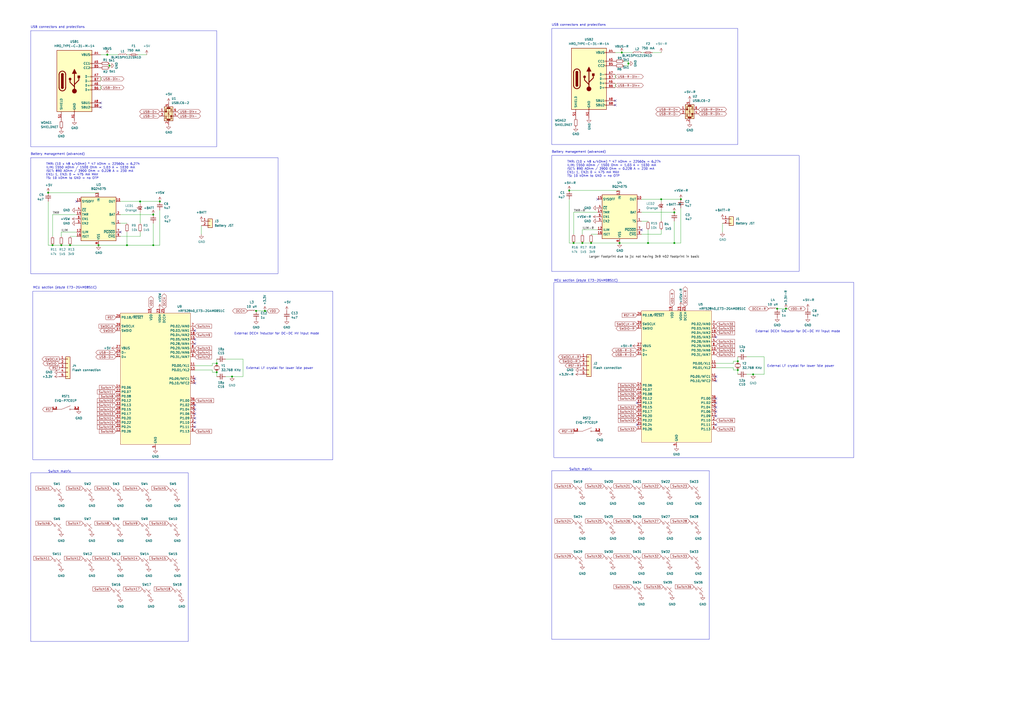
<source format=kicad_sch>
(kicad_sch (version 20231120) (generator "eeschema") (generator_version "8.0")
  (paper "A2")
  (junction (at 148.59 180.34))
  (junction (at 455.93 179.07))
  (junction (at 30.48 142.24) (diameter 0.9144))
  (junction (at 81.28 116.84))
  (junction (at 57.15 142.24) (diameter 0.9144))
  (junction (at 330.2 110.49))
  (junction (at 92.71 116.84))
  (junction (at 125.73 215.9))
  (junction (at 450.85 179.07))
  (junction (at 88.9 142.24))
  (junction (at 391.16 123.19) (diameter 0.9144))
  (junction (at 391.16 140.97))
  (junction (at 40.64 142.24) (diameter 0.9144))
  (junction (at 436.88 217.17))
  (junction (at 364.49 36.83))
  (junction (at 342.9 140.97) (diameter 0.9144))
  (junction (at 394.97 115.57))
  (junction (at 134.62 218.44))
  (junction (at 332.74 140.97) (diameter 0.9144))
  (junction (at 35.56 142.24) (diameter 0.9144))
  (junction (at 125.73 210.82))
  (junction (at 73.66 142.24) (diameter 0.9144))
  (junction (at 383.54 115.57))
  (junction (at 153.67 180.34))
  (junction (at 27.94 111.76))
  (junction (at 375.92 140.97) (diameter 0.9144))
  (junction (at 360.68 30.48))
  (junction (at 62.23 31.75))
  (junction (at 88.9 124.46) (diameter 0.9144))
  (junction (at 427.99 214.63))
  (junction (at 63.5 38.1))
  (junction (at 427.99 209.55))
  (junction (at 359.41 140.97) (diameter 0.9144))
  (junction (at 337.82 140.97) (diameter 0.9144))
  (no_connect (at 58.42 62.23))
  (no_connect (at 113.03 234.95))
  (no_connect (at 369.57 233.68))
  (no_connect (at 415.29 195.58))
  (no_connect (at 113.03 222.25))
  (no_connect (at 415.29 218.44))
  (no_connect (at 356.87 58.42))
  (no_connect (at 372.11 133.35))
  (no_connect (at 113.03 191.77))
  (no_connect (at 415.29 241.3))
  (no_connect (at 113.03 219.71))
  (no_connect (at 415.29 220.98))
  (no_connect (at 44.45 116.84))
  (no_connect (at 415.29 233.68))
  (no_connect (at 415.29 231.14))
  (no_connect (at 356.87 60.96))
  (no_connect (at 346.71 115.57))
  (no_connect (at 415.29 236.22))
  (no_connect (at 69.85 134.62))
  (no_connect (at 415.29 238.76))
  (no_connect (at 113.03 240.03))
  (no_connect (at 369.57 246.38))
  (no_connect (at 113.03 196.85))
  (no_connect (at 58.42 59.69))
  (no_connect (at 415.29 246.38))
  (no_connect (at 113.03 242.57))
  (no_connect (at 113.03 199.39))
  (no_connect (at 113.03 245.11))
  (no_connect (at 113.03 237.49))
  (no_connect (at 113.03 247.65))
  (wire (pts (xy 342.9 140.97) (xy 359.41 140.97)))
  (wire (pts (xy 372.11 128.27) (xy 375.92 128.27)))
  (wire (pts (xy 419.1 129.54) (xy 419.1 134.62)))
  (wire (pts (xy 425.45 210.82) (xy 425.45 209.55)))
  (wire (pts (xy 359.41 140.97) (xy 375.92 140.97)))
  (wire (pts (xy 378.46 30.48) (xy 383.54 30.48)))
  (wire (pts (xy 57.15 142.24) (xy 73.66 142.24)))
  (wire (pts (xy 455.93 179.07) (xy 457.2 179.07)))
  (wire (pts (xy 337.82 140.97) (xy 342.9 140.97)))
  (wire (pts (xy 69.85 137.16) (xy 81.28 137.16)))
  (wire (pts (xy 337.82 133.35) (xy 337.82 135.89)))
  (wire (pts (xy 113.03 214.63) (xy 123.19 214.63)))
  (wire (pts (xy 69.85 116.84) (xy 81.28 116.84)))
  (wire (pts (xy 30.48 124.46) (xy 30.48 137.16)))
  (wire (pts (xy 73.66 31.75) (xy 74.93 31.75)))
  (wire (pts (xy 69.85 129.54) (xy 73.66 129.54)))
  (wire (pts (xy 330.2 110.49) (xy 359.41 110.49)))
  (wire (pts (xy 383.54 115.57) (xy 394.97 115.57)))
  (wire (pts (xy 123.19 212.09) (xy 123.19 210.82)))
  (wire (pts (xy 58.42 44.45) (xy 58.42 46.99)))
  (wire (pts (xy 30.48 142.24) (xy 35.56 142.24)))
  (wire (pts (xy 35.56 134.62) (xy 44.45 134.62)))
  (wire (pts (xy 58.42 49.53) (xy 58.42 52.07)))
  (wire (pts (xy 443.23 217.17) (xy 436.88 217.17)))
  (wire (pts (xy 153.67 180.34) (xy 154.94 180.34)))
  (wire (pts (xy 125.73 208.28) (xy 125.73 210.82)))
  (wire (pts (xy 63.5 36.83) (xy 63.5 38.1)))
  (wire (pts (xy 125.73 215.9) (xy 125.73 218.44)))
  (wire (pts (xy 375.92 133.35) (xy 375.92 140.97)))
  (wire (pts (xy 148.59 180.34) (xy 153.67 180.34)))
  (wire (pts (xy 123.19 214.63) (xy 123.19 215.9)))
  (wire (pts (xy 332.74 123.19) (xy 346.71 123.19)))
  (wire (pts (xy 383.54 133.35) (xy 383.54 135.89)))
  (wire (pts (xy 360.68 30.48) (xy 367.03 30.48)))
  (wire (pts (xy 394.97 120.65) (xy 394.97 140.97)))
  (wire (pts (xy 342.9 135.89) (xy 346.71 135.89)))
  (wire (pts (xy 62.23 31.75) (xy 68.58 31.75)))
  (wire (pts (xy 427.99 207.01) (xy 427.99 209.55)))
  (wire (pts (xy 356.87 43.18) (xy 356.87 45.72)))
  (wire (pts (xy 27.94 111.76) (xy 57.15 111.76)))
  (wire (pts (xy 88.9 129.54) (xy 88.9 142.24)))
  (wire (pts (xy 364.49 38.1) (xy 364.49 36.83)))
  (wire (pts (xy 40.64 137.16) (xy 44.45 137.16)))
  (wire (pts (xy 30.48 124.46) (xy 44.45 124.46)))
  (wire (pts (xy 332.74 123.19) (xy 332.74 135.89)))
  (wire (pts (xy 450.85 179.07) (xy 455.93 179.07)))
  (wire (pts (xy 394.97 140.97) (xy 391.16 140.97)))
  (wire (pts (xy 81.28 123.19) (xy 81.28 129.54)))
  (wire (pts (xy 372.11 115.57) (xy 383.54 115.57)))
  (wire (pts (xy 332.74 140.97) (xy 337.82 140.97)))
  (wire (pts (xy 330.2 140.97) (xy 332.74 140.97)))
  (wire (pts (xy 372.11 30.48) (xy 373.38 30.48)))
  (wire (pts (xy 433.07 207.01) (xy 443.23 207.01)))
  (wire (pts (xy 116.84 130.81) (xy 116.84 135.89)))
  (wire (pts (xy 69.85 124.46) (xy 88.9 124.46)))
  (wire (pts (xy 356.87 48.26) (xy 356.87 50.8)))
  (wire (pts (xy 80.01 31.75) (xy 85.09 31.75)))
  (wire (pts (xy 27.94 142.24) (xy 30.48 142.24)))
  (wire (pts (xy 375.92 140.97) (xy 391.16 140.97)))
  (wire (pts (xy 425.45 214.63) (xy 427.99 214.63)))
  (wire (pts (xy 123.19 210.82) (xy 125.73 210.82)))
  (wire (pts (xy 337.82 133.35) (xy 346.71 133.35)))
  (wire (pts (xy 130.81 218.44) (xy 134.62 218.44)))
  (wire (pts (xy 415.29 213.36) (xy 425.45 213.36)))
  (wire (pts (xy 58.42 31.75) (xy 62.23 31.75)))
  (wire (pts (xy 383.54 115.57) (xy 383.54 116.84)))
  (wire (pts (xy 425.45 213.36) (xy 425.45 214.63)))
  (wire (pts (xy 415.29 210.82) (xy 425.45 210.82)))
  (wire (pts (xy 81.28 134.62) (xy 81.28 137.16)))
  (wire (pts (xy 356.87 30.48) (xy 360.68 30.48)))
  (wire (pts (xy 130.81 208.28) (xy 140.97 208.28)))
  (wire (pts (xy 27.94 116.84) (xy 27.94 142.24)))
  (wire (pts (xy 73.66 134.62) (xy 73.66 142.24)))
  (wire (pts (xy 63.5 38.1) (xy 63.5 39.37)))
  (wire (pts (xy 92.71 142.24) (xy 88.9 142.24)))
  (wire (pts (xy 35.56 142.24) (xy 40.64 142.24)))
  (wire (pts (xy 425.45 209.55) (xy 427.99 209.55)))
  (wire (pts (xy 443.23 207.01) (xy 443.23 217.17)))
  (wire (pts (xy 81.28 116.84) (xy 81.28 118.11)))
  (wire (pts (xy 427.99 214.63) (xy 427.99 217.17)))
  (wire (pts (xy 73.66 142.24) (xy 88.9 142.24)))
  (wire (pts (xy 361.95 35.56) (xy 364.49 35.56)))
  (wire (pts (xy 113.03 212.09) (xy 123.19 212.09)))
  (wire (pts (xy 140.97 218.44) (xy 134.62 218.44)))
  (wire (pts (xy 40.64 142.24) (xy 57.15 142.24)))
  (wire (pts (xy 361.95 38.1) (xy 364.49 38.1)))
  (wire (pts (xy 92.71 121.92) (xy 92.71 142.24)))
  (wire (pts (xy 372.11 135.89) (xy 383.54 135.89)))
  (wire (pts (xy 383.54 121.92) (xy 383.54 128.27)))
  (wire (pts (xy 35.56 134.62) (xy 35.56 137.16)))
  (wire (pts (xy 433.07 217.17) (xy 436.88 217.17)))
  (wire (pts (xy 330.2 115.57) (xy 330.2 140.97)))
  (wire (pts (xy 364.49 35.56) (xy 364.49 36.83)))
  (wire (pts (xy 123.19 215.9) (xy 125.73 215.9)))
  (wire (pts (xy 372.11 123.19) (xy 391.16 123.19)))
  (wire (pts (xy 391.16 128.27) (xy 391.16 140.97)))
  (wire (pts (xy 140.97 208.28) (xy 140.97 218.44)))
  (wire (pts (xy 81.28 116.84) (xy 92.71 116.84)))
  (rectangle (start 17.78 91.44) (end 161.29 158.75))
  (rectangle (start 17.78 17.78) (end 125.73 85.09))
  (rectangle (start 17.78 274.32) (end 109.22 372.11))
  (rectangle (start 321.31 163.83) (end 495.3 265.43))
  (rectangle (start 19.05 168.91) (end 193.04 266.7))
  (rectangle (start 320.04 16.51) (end 427.99 83.82))
  (rectangle (start 320.04 90.17) (end 463.55 157.48))
  (rectangle (start 320.04 273.05) (end 411.48 370.84))
  (text "TMR: (10 x 48 s/kOhm) * 47 kOhm = 22560s = 6.27h\nILIM: 1550 AOhm / 1500 Ohm = 1.03 A = 1030 mA\nISET: 890 AOhm / 3900 Ohm = 0.228 A = 230 mA\nEN1: 1, EN2: 0 = 475 mA MAX\nTS: 10 kOhm to GND = no OTP" (at 26.67 104.14 0) (effects (font (size 1.27 1.27)) (justify left bottom)))
  (text "Switch matrix" (at 27.94 274.32 0) (effects (font (size 1.27 1.27)) (justify left bottom)))
  (text "USB connectors and protections" (at 17.78 16.51 0) (effects (font (size 1.27 1.27)) (justify left bottom)))
  (text "External LF crystal for lower idle power" (at 142.748 214.376 0) (effects (font (size 1.27 1.27)) (justify left bottom)))
  (text "Switch matrix" (at 330.2 273.05 0) (effects (font (size 1.27 1.27)) (justify left bottom)))
  (text "Battery management (advanced)" (at 320.04 88.9 0) (effects (font (size 1.27 1.27)) (justify left bottom)))
  (text "TMR: (10 x 48 s/kOhm) * 47 kOhm = 22560s = 6.27h\nILIM: 1550 AOhm / 1500 Ohm = 1.03 A = 1030 mA\nISET: 890 AOhm / 3900 Ohm = 0.228 A = 230 mA\nEN1: 1, EN2: 0 = 475 mA MAX\nTS: 10 kOhm to GND = no OTP" (at 328.93 102.87 0) (effects (font (size 1.27 1.27)) (justify left bottom)))
  (text "Battery management (advanced)" (at 17.78 90.17 0) (effects (font (size 1.27 1.27)) (justify left bottom)))
  (text "External DCCH inductor for DC-DC HV input mode" (at 135.89 194.31 0) (effects (font (size 1.27 1.27)) (justify left bottom)))
  (text "USB connectors and protections" (at 320.04 15.24 0) (effects (font (size 1.27 1.27)) (justify left bottom)))
  (text "External LF crystal for lower idle power" (at 445.008 213.106 0) (effects (font (size 1.27 1.27)) (justify left bottom)))
  (text "MCU section (ebyte E73-2G4M08S1C)" (at 321.31 163.576 0) (effects (font (size 1.27 1.27)) (justify left bottom)))
  (text "MCU section (ebyte E73-2G4M08S1C)" (at 19.05 167.64 0) (effects (font (size 1.27 1.27)) (justify left bottom)))
  (text "External DCCH inductor for DC-DC HV input mode" (at 438.15 193.04 0) (effects (font (size 1.27 1.27)) (justify left bottom)))
  (label "Larger Footprint due to jlc not having 3k9 402 footprint in basic" (at 341.63 149.86 0))
  (label "ILIM-R" (at 337.82 133.35 0))
  (label "TMR" (at 30.48 124.46 0))
  (label "ILIM" (at 35.56 134.62 0))
  (label "TMR-R" (at 332.74 123.19 0))
  (global_label "Switch27" (shape input) (at 383.54 302.26 180) (property "Intersheetrefs" "${INTERSHEET_REFS}" (effects (hide yes))))
  (global_label "USB-Din-" (shape bidirectional) (at 58.42 45.72 0) (property "Intersheetrefs" "${INTERSHEET_REFS}" (effects (hide yes))))
  (global_label "Switch8" (shape input) (at 67.31 229.87 180) (property "Intersheetrefs" "${INTERSHEET_REFS}" (effects (hide yes))))
  (global_label "Switch6" (shape input) (at 30.48 303.53 180) (property "Intersheetrefs" "${INTERSHEET_REFS}" (effects (hide yes))))
  (global_label "Switch32" (shape input) (at 415.29 203.2 0) (property "Intersheetrefs" "${INTERSHEET_REFS}" (effects (hide yes))))
  (global_label "Switch11" (shape input) (at 67.31 227.33 180) (property "Intersheetrefs" "${INTERSHEET_REFS}" (effects (hide yes))))
  (global_label "DCCH-R" (shape bidirectional) (at 397.51 177.8 90) (property "Intersheetrefs" "${INTERSHEET_REFS}" (effects (hide yes))))
  (global_label "VDD-R" (shape bidirectional) (at 389.89 177.8 90) (property "Intersheetrefs" "${INTERSHEET_REFS}" (effects (hide yes))))
  (global_label "Switch5" (shape input) (at 97.79 283.21 180) (property "Intersheetrefs" "${INTERSHEET_REFS}" (effects (hide yes))))
  (global_label "Switch36" (shape input) (at 415.29 243.84 0) (property "Intersheetrefs" "${INTERSHEET_REFS}" (effects (hide yes))))
  (global_label "SWDIO-R" (shape bidirectional) (at 336.55 209.55 180) (property "Intersheetrefs" "${INTERSHEET_REFS}" (effects (hide yes))))
  (global_label "Switch17" (shape input) (at 82.55 341.63 180) (property "Intersheetrefs" "${INTERSHEET_REFS}" (effects (hide yes))))
  (global_label "Switch17" (shape input) (at 67.31 234.95 180) (property "Intersheetrefs" "${INTERSHEET_REFS}" (effects (hide yes))))
  (global_label "Switch14" (shape input) (at 81.28 323.85 180) (property "Intersheetrefs" "${INTERSHEET_REFS}" (effects (hide yes))))
  (global_label "Switch31" (shape input) (at 367.03 322.58 180) (property "Intersheetrefs" "${INTERSHEET_REFS}" (effects (hide yes))))
  (global_label "RST" (shape output) (at 34.29 213.36 180) (property "Intersheetrefs" "${INTERSHEET_REFS}" (effects (hide yes))))
  (global_label "USB-R-D-" (shape bidirectional) (at 394.97 66.04 180) (property "Intersheetrefs" "${INTERSHEET_REFS}" (effects (hide yes))))
  (global_label "Switch28" (shape input) (at 400.05 302.26 180) (property "Intersheetrefs" "${INTERSHEET_REFS}" (effects (hide yes))))
  (global_label "Switch7" (shape input) (at 48.26 303.53 180) (property "Intersheetrefs" "${INTERSHEET_REFS}" (effects (hide yes))))
  (global_label "SWDCLK-R" (shape output) (at 336.55 207.01 180) (property "Intersheetrefs" "${INTERSHEET_REFS}" (effects (hide yes))))
  (global_label "Switch31" (shape input) (at 415.29 200.66 0) (property "Intersheetrefs" "${INTERSHEET_REFS}" (effects (hide yes))))
  (global_label "Switch26" (shape input) (at 367.03 302.26 180) (property "Intersheetrefs" "${INTERSHEET_REFS}" (effects (hide yes))))
  (global_label "SWDIO-R" (shape bidirectional) (at 369.57 190.5 180) (property "Intersheetrefs" "${INTERSHEET_REFS}" (effects (hide yes))))
  (global_label "SWDCLK-R" (shape input) (at 369.57 187.96 180) (property "Intersheetrefs" "${INTERSHEET_REFS}" (effects (hide yes))))
  (global_label "SWDCLK" (shape output) (at 34.29 208.28 180) (property "Intersheetrefs" "${INTERSHEET_REFS}" (effects (hide yes))))
  (global_label "Switch25" (shape input) (at 369.57 223.52 180) (property "Intersheetrefs" "${INTERSHEET_REFS}" (effects (hide yes))))
  (global_label "RST" (shape output) (at 30.48 237.49 180) (property "Intersheetrefs" "${INTERSHEET_REFS}" (effects (hide yes))))
  (global_label "Switch13" (shape input) (at 64.77 323.85 180) (property "Intersheetrefs" "${INTERSHEET_REFS}" (effects (hide yes))))
  (global_label "Switch4" (shape input) (at 81.28 283.21 180) (property "Intersheetrefs" "${INTERSHEET_REFS}" (effects (hide yes))))
  (global_label "USB-Din-" (shape bidirectional) (at 102.87 67.31 0) (property "Intersheetrefs" "${INTERSHEET_REFS}" (effects (hide yes))))
  (global_label "Switch35" (shape input) (at 415.29 190.5 0) (property "Intersheetrefs" "${INTERSHEET_REFS}" (effects (hide yes))))
  (global_label "Switch9" (shape input) (at 113.03 194.31 0) (property "Intersheetrefs" "${INTERSHEET_REFS}" (effects (hide yes))))
  (global_label "Switch21" (shape input) (at 367.03 281.94 180) (property "Intersheetrefs" "${INTERSHEET_REFS}" (effects (hide yes))))
  (global_label "Switch5" (shape input) (at 113.03 250.19 0) (property "Intersheetrefs" "${INTERSHEET_REFS}" (effects (hide yes))))
  (global_label "RST-R" (shape output) (at 332.74 250.19 180) (property "Intersheetrefs" "${INTERSHEET_REFS}" (effects (hide yes))))
  (global_label "Switch19" (shape input) (at 332.74 281.94 180) (property "Intersheetrefs" "${INTERSHEET_REFS}" (effects (hide yes))))
  (global_label "Switch14" (shape input) (at 67.31 242.57 180) (property "Intersheetrefs" "${INTERSHEET_REFS}" (effects (hide yes))))
  (global_label "USB-R-Din-" (shape bidirectional) (at 356.87 44.45 0) (property "Intersheetrefs" "${INTERSHEET_REFS}" (effects (hide yes))))
  (global_label "Switch30" (shape input) (at 350.52 322.58 180) (property "Intersheetrefs" "${INTERSHEET_REFS}" (effects (hide yes))))
  (global_label "Switch13" (shape input) (at 67.31 240.03 180) (property "Intersheetrefs" "${INTERSHEET_REFS}" (effects (hide yes))))
  (global_label "Switch20" (shape input) (at 350.52 281.94 180) (property "Intersheetrefs" "${INTERSHEET_REFS}" (effects (hide yes))))
  (global_label "USB-D-" (shape bidirectional) (at 67.31 204.47 180) (property "Intersheetrefs" "${INTERSHEET_REFS}" (effects (hide yes))))
  (global_label "Switch2" (shape input) (at 48.26 283.21 180) (property "Intersheetrefs" "${INTERSHEET_REFS}" (effects (hide yes))))
  (global_label "Switch6" (shape input) (at 67.31 250.19 180) (property "Intersheetrefs" "${INTERSHEET_REFS}" (effects (hide yes))))
  (global_label "Switch2" (shape input) (at 113.03 207.01 0) (property "Intersheetrefs" "${INTERSHEET_REFS}" (effects (hide yes))))
  (global_label "Switch10" (shape input) (at 97.79 303.53 180) (property "Intersheetrefs" "${INTERSHEET_REFS}" (effects (hide yes))))
  (global_label "USB-Din+" (shape bidirectional) (at 102.87 64.77 0) (property "Intersheetrefs" "${INTERSHEET_REFS}" (effects (hide yes))))
  (global_label "Switch32" (shape input) (at 383.54 322.58 180) (property "Intersheetrefs" "${INTERSHEET_REFS}" (effects (hide yes))))
  (global_label "Switch12" (shape input) (at 67.31 237.49 180) (property "Intersheetrefs" "${INTERSHEET_REFS}" (effects (hide yes))))
  (global_label "Switch26" (shape input) (at 369.57 228.6 180) (property "Intersheetrefs" "${INTERSHEET_REFS}" (effects (hide yes))))
  (global_label "Switch22" (shape input) (at 369.57 236.22 180) (property "Intersheetrefs" "${INTERSHEET_REFS}" (effects (hide yes))))
  (global_label "RST-R" (shape input) (at 369.57 182.88 180) (property "Intersheetrefs" "${INTERSHEET_REFS}" (effects (hide yes))))
  (global_label "Switch4" (shape input) (at 113.03 189.23 0) (property "Intersheetrefs" "${INTERSHEET_REFS}" (effects (hide yes))))
  (global_label "VDD" (shape bidirectional) (at 154.94 180.34 0) (property "Intersheetrefs" "${INTERSHEET_REFS}" (effects (hide yes))))
  (global_label "Switch12" (shape input) (at 48.26 323.85 180) (property "Intersheetrefs" "${INTERSHEET_REFS}" (effects (hide yes))))
  (global_label "Switch20" (shape input) (at 369.57 241.3 180) (property "Intersheetrefs" "${INTERSHEET_REFS}" (effects (hide yes))))
  (global_label "USB-R-D+" (shape bidirectional) (at 394.97 63.5 180) (property "Intersheetrefs" "${INTERSHEET_REFS}" (effects (hide yes))))
  (global_label "Switch29" (shape input) (at 332.74 322.58 180) (property "Intersheetrefs" "${INTERSHEET_REFS}" (effects (hide yes))))
  (global_label "VDD" (shape bidirectional) (at 87.63 179.07 90) (property "Intersheetrefs" "${INTERSHEET_REFS}" (effects (hide yes))))
  (global_label "USB-R-Din+" (shape bidirectional) (at 405.13 63.5 0) (property "Intersheetrefs" "${INTERSHEET_REFS}" (effects (hide yes))))
  (global_label "Switch33" (shape input) (at 400.05 322.58 180) (property "Intersheetrefs" "${INTERSHEET_REFS}" (effects (hide yes))))
  (global_label "Switch9" (shape input) (at 81.28 303.53 180) (property "Intersheetrefs" "${INTERSHEET_REFS}" (effects (hide yes))))
  (global_label "DCCH-R" (shape bidirectional) (at 445.77 179.07 180) (property "Intersheetrefs" "${INTERSHEET_REFS}" (effects (hide yes))))
  (global_label "Switch1" (shape input) (at 113.03 204.47 0) (property "Intersheetrefs" "${INTERSHEET_REFS}" (effects (hide yes))))
  (global_label "Switch15" (shape input) (at 67.31 245.11 180) (property "Intersheetrefs" "${INTERSHEET_REFS}" (effects (hide yes))))
  (global_label "USB-D-" (shape bidirectional) (at 92.71 67.31 180) (property "Intersheetrefs" "${INTERSHEET_REFS}" (effects (hide yes))))
  (global_label "Switch1" (shape input) (at 30.48 283.21 180) (property "Intersheetrefs" "${INTERSHEET_REFS}" (effects (hide yes))))
  (global_label "Switch29" (shape input) (at 415.29 248.92 0) (property "Intersheetrefs" "${INTERSHEET_REFS}" (effects (hide yes))))
  (global_label "Switch27" (shape input) (at 415.29 193.04 0) (property "Intersheetrefs" "${INTERSHEET_REFS}" (effects (hide yes))))
  (global_label "Switch3" (shape input) (at 113.03 201.93 0) (property "Intersheetrefs" "${INTERSHEET_REFS}" (effects (hide yes))))
  (global_label "Switch34" (shape input) (at 367.03 340.36 180) (property "Intersheetrefs" "${INTERSHEET_REFS}" (effects (hide yes))))
  (global_label "Switch23" (shape input) (at 400.05 281.94 180) (property "Intersheetrefs" "${INTERSHEET_REFS}" (effects (hide yes))))
  (global_label "Switch24" (shape input) (at 415.29 205.74 0) (property "Intersheetrefs" "${INTERSHEET_REFS}" (effects (hide yes))))
  (global_label "Switch16" (shape input) (at 113.03 232.41 0) (property "Intersheetrefs" "${INTERSHEET_REFS}" (effects (hide yes))))
  (global_label "Switch8" (shape input) (at 64.77 303.53 180) (property "Intersheetrefs" "${INTERSHEET_REFS}" (effects (hide yes))))
  (global_label "VDD-R" (shape bidirectional) (at 457.2 179.07 0) (property "Intersheetrefs" "${INTERSHEET_REFS}" (effects (hide yes))))
  (global_label "Switch3" (shape input) (at 64.77 283.21 180) (property "Intersheetrefs" "${INTERSHEET_REFS}" (effects (hide yes))))
  (global_label "Switch25" (shape input) (at 350.52 302.26 180) (property "Intersheetrefs" "${INTERSHEET_REFS}" (effects (hide yes))))
  (global_label "USB-R-D+" (shape bidirectional) (at 369.57 205.74 180) (property "Intersheetrefs" "${INTERSHEET_REFS}" (effects (hide yes))))
  (global_label "Switch34" (shape input) (at 415.29 198.12 0) (property "Intersheetrefs" "${INTERSHEET_REFS}" (effects (hide yes))))
  (global_label "Switch23" (shape input) (at 369.57 226.06 180) (property "Intersheetrefs" "${INTERSHEET_REFS}" (effects (hide yes))))
  (global_label "Switch16" (shape input) (at 64.77 341.63 180) (property "Intersheetrefs" "${INTERSHEET_REFS}" (effects (hide yes))))
  (global_label "SWDCLK" (shape input) (at 67.31 189.23 180) (property "Intersheetrefs" "${INTERSHEET_REFS}" (effects (hide yes))))
  (global_label "Switch22" (shape input) (at 383.54 281.94 180) (property "Intersheetrefs" "${INTERSHEET_REFS}" (effects (hide yes))))
  (global_label "Switch10" (shape input) (at 67.31 232.41 180) (property "Intersheetrefs" "${INTERSHEET_REFS}" (effects (hide yes))))
  (global_label "Switch30" (shape input) (at 415.29 187.96 0) (property "Intersheetrefs" "${INTERSHEET_REFS}" (effects (hide yes))))
  (global_label "RST-R" (shape output) (at 336.55 212.09 180) (property "Intersheetrefs" "${INTERSHEET_REFS}" (effects (hide yes))))
  (global_label "Switch15" (shape input) (at 97.79 323.85 180) (property "Intersheetrefs" "${INTERSHEET_REFS}" (effects (hide yes))))
  (global_label "RST" (shape input) (at 67.31 184.15 180) (property "Intersheetrefs" "${INTERSHEET_REFS}" (effects (hide yes))))
  (global_label "DCCH" (shape bidirectional) (at 143.51 180.34 180) (property "Intersheetrefs" "${INTERSHEET_REFS}" (effects (hide yes))))
  (global_label "Switch18" (shape input) (at 100.33 341.63 180) (property "Intersheetrefs" "${INTERSHEET_REFS}" (effects (hide yes))))
  (global_label "USB-Din+" (shape bidirectional) (at 58.42 50.8 0) (property "Intersheetrefs" "${INTERSHEET_REFS}" (effects (hide yes))))
  (global_label "Switch36" (shape input) (at 402.59 340.36 180) (property "Intersheetrefs" "${INTERSHEET_REFS}" (effects (hide yes))))
  (global_label "Switch19" (shape input) (at 369.57 243.84 180) (property "Intersheetrefs" "${INTERSHEET_REFS}" (effects (hide yes))))
  (global_label "Switch35" (shape input) (at 384.81 340.36 180) (property "Intersheetrefs" "${INTERSHEET_REFS}" (effects (hide yes))))
  (global_label "Switch33" (shape input) (at 369.57 248.92 180) (property "Intersheetrefs" "${INTERSHEET_REFS}" (effects (hide yes))))
  (global_label "SWDIO" (shape bidirectional) (at 67.31 191.77 180) (property "Intersheetrefs" "${INTERSHEET_REFS}" (effects (hide yes))))
  (global_label "USB-D+" (shape bidirectional) (at 92.71 64.77 180) (property "Intersheetrefs" "${INTERSHEET_REFS}" (effects (hide yes))))
  (global_label "USB-R-Din-" (shape bidirectional) (at 405.13 66.04 0) (property "Intersheetrefs" "${INTERSHEET_REFS}" (effects (hide yes))))
  (global_label "SWDIO" (shape bidirectional) (at 34.29 210.82 180) (property "Intersheetrefs" "${INTERSHEET_REFS}" (effects (hide yes))))
  (global_label "Switch21" (shape input) (at 369.57 238.76 180) (property "Intersheetrefs" "${INTERSHEET_REFS}" (effects (hide yes))))
  (global_label "Switch7" (shape input) (at 67.31 224.79 180) (property "Intersheetrefs" "${INTERSHEET_REFS}" (effects (hide yes))))
  (global_label "USB-D+" (shape bidirectional) (at 67.31 207.01 180) (property "Intersheetrefs" "${INTERSHEET_REFS}" (effects (hide yes))))
  (global_label "Switch24" (shape input) (at 332.74 302.26 180) (property "Intersheetrefs" "${INTERSHEET_REFS}" (effects (hide yes))))
  (global_label "USB-R-Din+" (shape bidirectional) (at 356.87 49.53 0) (property "Intersheetrefs" "${INTERSHEET_REFS}" (effects (hide yes))))
  (global_label "DCCH" (shape bidirectional) (at 95.25 179.07 90) (property "Intersheetrefs" "${INTERSHEET_REFS}" (effects (hide yes))))
  (global_label "Switch18" (shape input) (at 67.31 247.65 180) (property "Intersheetrefs" "${INTERSHEET_REFS}" (effects (hide yes))))
  (global_label "USB-R-D-" (shape bidirectional) (at 369.57 203.2 180) (property "Intersheetrefs" "${INTERSHEET_REFS}" (effects (hide yes))))
  (global_label "Switch11" (shape input) (at 30.48 323.85 180) (property "Intersheetrefs" "${INTERSHEET_REFS}" (effects (hide yes))))
  (global_label "Switch28" (shape input) (at 369.57 231.14 180) (property "Intersheetrefs" "${INTERSHEET_REFS}" (effects (hide yes))))
  (symbol (lib_id "Switch:SW_Push_45deg") (at 33.02 306.07 0) (unit 1) (in_bom no)
    (property "Reference" "SW6" (at 33.02 300.99 0))
    (property "Value" "SW_Push" (effects (hide yes)))
    (property "Footprint" "Library:SW_choc_v1_HS_Solder" (effects (hide yes)))
  )
  (symbol (lib_id "power:GND") (at 34.29 215.9 270) (unit 1)
    (property "Reference" "#PWR011" (effects (hide yes)))
    (property "Value" "GND" (at 30.48 215.8999 90) (effects (justify right)))
    (property "Description" "Power symbol creates a global label with name \"GND\" , ground" (effects (hide yes)))
  )
  (symbol (lib_id "power:GND") (at 468.63 184.15 0) (unit 1)
    (property "Reference" "#PWR078" (effects (hide yes)))
    (property "Value" "GND" (at 468.63 188.595 0))
    (property "Description" "Power symbol creates a global label with name \"GND\" , ground" (effects (hide yes)))
  )
  (symbol (lib_id "Switch:SW_Push_45deg") (at 387.35 342.9 0) (unit 1) (in_bom no)
    (property "Reference" "SW35" (at 387.35 337.82 0))
    (property "Value" "SW_Push" (effects (hide yes)))
    (property "Footprint" "Library:SW_choc_v1_HS_Solder" (effects (hide yes)))
  )
  (symbol (lib_id "Switch:SW_Push_45deg") (at 369.57 284.48 0) (unit 1) (in_bom no)
    (property "Reference" "SW21" (at 369.57 279.4 0))
    (property "Value" "SW_Push" (effects (hide yes)))
    (property "Footprint" "Library:SW_choc_v1_HS_Solder" (effects (hide yes)))
  )
  (symbol (lib_id "power:GND") (at 450.85 184.15 0) (unit 1)
    (property "Reference" "#PWR077" (effects (hide yes)))
    (property "Value" "GND" (at 450.85 188.595 0))
    (property "Description" "Power symbol creates a global label with name \"GND\" , ground" (effects (hide yes)))
  )
  (symbol (lib_id "power:GND") (at 389.89 345.44 0) (unit 1)
    (property "Reference" "#PWR0101" (effects (hide yes)))
    (property "Value" "GND" (at 389.89 350.52 0))
    (property "Description" "Power symbol creates a global label with name \"GND\" , ground" (effects (hide yes)))
  )
  (symbol (lib_id "power:GND") (at 44.45 121.92 270) (unit 1)
    (property "Reference" "#PWR023" (effects (hide yes)))
    (property "Value" "GND" (at 40.64 121.9199 90) (effects (justify right)))
    (property "Description" "Power symbol creates a global label with name \"GND\" , ground" (effects (hide yes)))
  )
  (symbol (lib_id "PCM_marbastlib-various:nRF52840_E73-2G4M08S1C") (at 90.17 219.71 0) (unit 1)
    (property "Reference" "U9" (at 104.14 177.8 0))
    (property "Value" "nRF52840_E73-2G4M08S1C" (at 116.84 180.34 0))
    (property "Footprint" "PCM_marbastlib-various:nRF52840_E73-2G4M08S1C" (effects (hide yes)))
    (property "Datasheet" "https://www.ebyte.com/en/downpdf.aspx?id=445" (effects (hide yes)))
    (property "Description" "nRF52840 BT LE module" (effects (hide yes)))
    (property "LCSC" "C356849" (effects (hide yes)))
  )
  (symbol (lib_id "Connector_Generic:Conn_01x05") (at 39.37 213.36 0) (unit 1)
    (property "Reference" "J4" (at 41.91 212.0899 0) (effects (justify left)))
    (property "Value" "Flash connection" (at 41.91 214.6299 0) (effects (justify left)))
    (property "Footprint" "Connector_PinHeader_2.54mm:PinHeader_1x05_P2.54mm_Vertical" (effects (hide yes)))
    (property "Description" "Generic connector, single row, 01x05, script generated (kicad-library-utils/schlib/autogen/connector/)" (effects (hide yes)))
  )
  (symbol (lib_id "Switch:SW_Push_45deg") (at 50.8 285.75 0) (unit 1) (in_bom no)
    (property "Reference" "SW2" (at 50.8 280.67 0))
    (property "Value" "SW_Push" (effects (hide yes)))
    (property "Footprint" "Library:SW_choc_v1_HS_Solder" (effects (hide yes)))
  )
  (symbol (lib_id "Device:R_Small") (at 35.56 139.7 0) (unit 1)
    (property "Reference" "R12" (at 34.29 144.78 0) (effects (justify left)))
    (property "Value" "1k5" (at 34.29 147.32 0) (effects (justify left)))
    (property "Footprint" "Resistor_SMD:R_0402_1005Metric" (effects (hide yes)))
    (property "Description" "Resistor, small symbol" (effects (hide yes)))
  )
  (symbol (lib_id "power:GND") (at 355.6 327.66 0) (unit 1)
    (property "Reference" "#PWR096" (effects (hide yes)))
    (property "Value" "GND" (at 355.6 332.74 0))
    (property "Description" "Power symbol creates a global label with name \"GND\" , ground" (effects (hide yes)))
  )
  (symbol (lib_id "power:GND") (at 35.56 308.61 0) (unit 1)
    (property "Reference" "#PWR044" (effects (hide yes)))
    (property "Value" "GND" (at 35.56 313.69 0))
    (property "Description" "Power symbol creates a global label with name \"GND\" , ground" (effects (hide yes)))
  )
  (symbol (lib_id "power:+5V") (at 67.31 201.93 90) (unit 1)
    (property "Reference" "#PWR053" (effects (hide yes)))
    (property "Value" "+5V" (at 62.23 201.93 90))
    (property "Description" "Power symbol creates a global label with name \"+5V\"" (effects (hide yes)))
  )
  (symbol (lib_id "power:GND") (at 341.63 68.58 0) (unit 1)
    (property "Reference" "#PWR056" (effects (hide yes)))
    (property "Value" "GND" (at 341.884 75.438 90) (effects (justify left)))
    (property "Description" "Power symbol creates a global label with name \"GND\" , ground" (effects (hide yes)))
  )
  (symbol (lib_id "power:+5V") (at 27.94 111.76 0) (unit 1)
    (property "Reference" "#PWR017" (effects (hide yes)))
    (property "Value" "+5V" (at 28.321 107.3658 0))
    (property "Description" "Power symbol creates a global label with name \"+5V\"" (effects (hide yes)))
  )
  (symbol (lib_id "power:+3.3V") (at 336.55 217.17 90) (unit 1)
    (property "Reference" "#PWR081" (effects (hide yes)))
    (property "Value" "+3.3V-R" (at 332.74 217.1699 90) (effects (justify left)))
    (property "Description" "Power symbol creates a global label with name \"+3.3V\"" (effects (hide yes)))
  )
  (symbol (lib_id "power:GND") (at 372.11 327.66 0) (unit 1)
    (property "Reference" "#PWR097" (effects (hide yes)))
    (property "Value" "GND" (at 372.11 332.74 0))
    (property "Description" "Power symbol creates a global label with name \"GND\" , ground" (effects (hide yes)))
  )
  (symbol (lib_id "Device:R_Small") (at 60.96 36.83 90) (mirror x) (unit 1)
    (property "Reference" "R1" (at 59.69 34.798 90) (effects (justify right)))
    (property "Value" "5k1" (at 62.992 35.052 90) (effects (justify right)))
    (property "Footprint" "Resistor_SMD:R_0402_1005Metric" (effects (hide yes)))
    (property "Description" "Resistor, small symbol" (effects (hide yes)))
  )
  (symbol (lib_id "Connector_Generic:Conn_01x02") (at 121.92 128.27 0) (unit 1)
    (property "Reference" "J3" (at 124.46 128.2699 0) (effects (justify left)))
    (property "Value" "Battery JST" (at 124.46 130.8099 0) (effects (justify left)))
    (property "Footprint" "Connector_JST:JST_PH_S2B-PH-K_1x02_P2.00mm_Horizontal" (effects (hide yes)))
    (property "Description" "Generic connector, single row, 01x02, script generated (kicad-library-utils/schlib/autogen/connector/)" (effects (hide yes)))
  )
  (symbol (lib_id "power:GND") (at 405.13 287.02 0) (unit 1)
    (property "Reference" "#PWR089" (effects (hide yes)))
    (property "Value" "GND" (at 405.13 292.1 0))
    (property "Description" "Power symbol creates a global label with name \"GND\" , ground" (effects (hide yes)))
  )
  (symbol (lib_id "Switch:SW_Push_45deg") (at 369.57 325.12 0) (unit 1) (in_bom no)
    (property "Reference" "SW31" (at 369.57 320.04 0))
    (property "Value" "SW_Push" (effects (hide yes)))
    (property "Footprint" "Library:SW_choc_v1_HS_Solder" (effects (hide yes)))
  )
  (symbol (lib_id "Device:C_Small") (at 128.27 208.28 90) (unit 1)
    (property "Reference" "C15" (at 128.27 204.8002 90))
    (property "Value" "18p" (at 128.27 202.4888 90))
    (property "Footprint" "Capacitor_SMD:C_0402_1005Metric" (effects (hide yes)))
    (property "Description" "Unpolarized capacitor, small symbol" (effects (hide yes)))
    (property "Notes" "NP0, 2%" (effects (hide yes)))
  )
  (symbol (lib_id "power:GND") (at 53.34 328.93 0) (unit 1)
    (property "Reference" "#PWR040" (effects (hide yes)))
    (property "Value" "GND" (at 53.34 334.01 0))
    (property "Description" "Power symbol creates a global label with name \"GND\" , ground" (effects (hide yes)))
  )
  (symbol (lib_id "EVQ-P7C01P:EVQ-P7C01P") (at 340.36 250.19 0) (unit 1)
    (property "Reference" "RST2" (at 340.36 242.57 0))
    (property "Value" "EVQ-P7C01P" (at 340.36 245.11 0))
    (property "Footprint" "EVQ-P7C01P:SW_EVQ-P7C01P" (effects (hide yes)))
    (property "MF" "Panasonic" (effects (hide yes)))
    (property "MAXIMUM_PACKAGE_HEIGHT" "1.35mm" (effects (hide yes)))
    (property "Package" "None" (effects (hide yes)))
    (property "Price" "None" (effects (hide yes)))
    (property "Check_prices" "https://www.snapeda.com/parts/EVQP7C01P/Panasonic/view-part/?ref=eda" (effects (hide yes)))
    (property "STANDARD" "Manufacturer Recommendations" (effects (hide yes)))
    (property "PARTREV" "2022.4" (effects (hide yes)))
    (property "SnapEDA_Link" "https://www.snapeda.com/parts/EVQP7C01P/Panasonic/view-part/?ref=snap" (effects (hide yes)))
    (property "MP" "EVQP7C01P" (effects (hide yes)))
    (property "Purchase-URL" "https://www.snapeda.com/api/url_track_click_mouser/?unipart_id=6739934&manufacturer=Panasonic&part_name=EVQP7C01P&search_term=None" (effects (hide yes)))
    (property "Description_1" "\nTACTILE SW, SPST-NO, 0.05A, 12V, SMD; Product Range:EVQP7 Series; Actuator Orientation:Side Actuated; Switch Mounting:SMD; Actuator Style:Rectangular Button; Actuating Force:220gf; Contact Rating:50mA at 12VDC; Switch Dimensions (L xRoHS Compliant: Yes\n" (effects (hide yes)))
    (property "Availability" "In Stock" (effects (hide yes)))
    (property "MANUFACTURER" "Panasonic Electronic Components" (effects (hide yes)))
  )
  (symbol (lib_id "power:GND") (at 388.62 287.02 0) (unit 1)
    (property "Reference" "#PWR088" (effects (hide yes)))
    (property "Value" "GND" (at 388.62 292.1 0))
    (property "Description" "Power symbol creates a global label with name \"GND\" , ground" (effects (hide yes)))
  )
  (symbol (lib_id "Switch:SW_Push_45deg") (at 85.09 344.17 0) (unit 1) (in_bom no)
    (property "Reference" "SW17" (at 85.09 339.09 0))
    (property "Value" "SW_Push" (effects (hide yes)))
    (property "Footprint" "Library:SW_choc_v1_HS_Solder" (effects (hide yes)))
  )
  (symbol (lib_id "Switch:SW_Push_45deg") (at 335.28 304.8 0) (unit 1) (in_bom no)
    (property "Reference" "SW24" (at 335.28 299.72 0))
    (property "Value" "SW_Push" (effects (hide yes)))
    (property "Footprint" "Library:SW_choc_v1_HS_Solder" (effects (hide yes)))
  )
  (symbol (lib_id "power:+5V") (at 468.63 179.07 0) (unit 1)
    (property "Reference" "#PWR076" (effects (hide yes)))
    (property "Value" "+5V-R" (at 468.884 173.99 0))
    (property "Description" "Power symbol creates a global label with name \"+5V\"" (effects (hide yes)))
  )
  (symbol (lib_id "Device:C_Small") (at 148.59 182.88 0) (unit 1)
    (property "Reference" "C12" (at 151.13 181.6163 0) (effects (justify left)))
    (property "Value" "1u" (at 151.13 184.1563 0) (effects (justify left)))
    (property "Footprint" "Capacitor_SMD:C_0402_1005Metric" (effects (hide yes)))
    (property "Description" "Unpolarized capacitor, small symbol" (effects (hide yes)))
    (property "Notes" "X7R, 10%" (effects (hide yes)))
  )
  (symbol (lib_id "power:GND") (at 359.41 140.97 0) (unit 1)
    (property "Reference" "#PWR073" (effects (hide yes)))
    (property "Value" "GND" (at 359.537 145.3642 0))
    (property "Description" "Power symbol creates a global label with name \"GND\" , ground" (effects (hide yes)))
  )
  (symbol (lib_id "power:+5V") (at 85.09 31.75 0) (unit 1)
    (property "Reference" "#PWR01" (effects (hide yes)))
    (property "Value" "+5V" (at 85.09 26.67 0))
    (property "Description" "Power symbol creates a global label with name \"+5V\"" (effects (hide yes)))
  )
  (symbol (lib_id "power:GND") (at 53.34 288.29 0) (unit 1)
    (property "Reference" "#PWR036" (effects (hide yes)))
    (property "Value" "GND" (at 53.34 293.37 0))
    (property "Description" "Power symbol creates a global label with name \"GND\" , ground" (effects (hide yes)))
  )
  (symbol (lib_id "Device:R_Small") (at 30.48 139.7 0) (unit 1)
    (property "Reference" "R11" (at 29.21 144.78 0) (effects (justify left)))
    (property "Value" "47k" (at 29.21 147.32 0) (effects (justify left)))
    (property "Footprint" "Resistor_SMD:R_0402_1005Metric" (effects (hide yes)))
    (property "Description" "Resistor, small symbol" (effects (hide yes)))
  )
  (symbol (lib_id "power:GND") (at 336.55 214.63 270) (unit 1)
    (property "Reference" "#PWR080" (effects (hide yes)))
    (property "Value" "GND" (at 332.74 214.6299 90) (effects (justify right)))
    (property "Description" "Power symbol creates a global label with name \"GND\" , ground" (effects (hide yes)))
  )
  (symbol (lib_id "Switch:SW_Push_45deg") (at 50.8 326.39 0) (unit 1) (in_bom no)
    (property "Reference" "SW12" (at 50.8 321.31 0))
    (property "Value" "SW_Push" (effects (hide yes)))
    (property "Footprint" "Library:SW_choc_v1_HS_Solder" (effects (hide yes)))
  )
  (symbol (lib_id "power:GND") (at 43.18 69.85 0) (unit 1)
    (property "Reference" "#PWR048" (effects (hide yes)))
    (property "Value" "GND" (at 43.307 74.2442 0))
    (property "Description" "Power symbol creates a global label with name \"GND\" , ground" (effects (hide yes)))
  )
  (symbol (lib_id "power:+VSW") (at 346.71 125.73 90) (unit 1)
    (property "Reference" "#PWR069" (effects (hide yes)))
    (property "Value" "+VSW-R" (at 342.9 125.7299 90) (effects (justify left)))
    (property "Description" "Power symbol creates a global label with name \"+VSW\"" (effects (hide yes)))
  )
  (symbol (lib_id "Battery_Management:BQ24075RGT") (at 57.15 127 0) (unit 1)
    (property "Reference" "U3" (at 57.15 107.1626 0))
    (property "Value" "BQ24075" (at 57.15 109.474 0))
    (property "Footprint" "SamacSys_Parts:QFN50P300X300X80-17N-D" (effects (hide yes)))
    (property "Datasheet" "http://www.ti.com/lit/ds/symlink/bq24075.pdf" (effects (hide yes)))
    (property "Description" "USB-Friendly Li-Ion Battery Charger and Power-Path Management, VQFN-16" (effects (hide yes)))
  )
  (symbol (lib_id "Device:C_Small") (at 394.97 118.11 0) (unit 1)
    (property "Reference" "C2" (at 397.3068 116.9416 0) (effects (justify left)))
    (property "Value" "4u7" (at 397.3068 119.253 0) (effects (justify left)))
    (property "Footprint" "Capacitor_SMD:C_0402_1005Metric" (effects (hide yes)))
    (property "Description" "Unpolarized capacitor, small symbol" (effects (hide yes)))
    (property "Notes" "X7R, 10%" (effects (hide yes)))
  )
  (symbol (lib_id "power:+VSW") (at 394.97 115.57 0) (unit 1)
    (property "Reference" "#PWR065" (effects (hide yes)))
    (property "Value" "+VSW-R" (at 394.97 110.49 0))
    (property "Description" "Power symbol creates a global label with name \"+VSW\"" (effects (hide yes)))
  )
  (symbol (lib_id "Switch:SW_Push_45deg") (at 386.08 304.8 0) (unit 1) (in_bom no)
    (property "Reference" "SW27" (at 386.08 299.72 0))
    (property "Value" "SW_Push" (effects (hide yes)))
    (property "Footprint" "Library:SW_choc_v1_HS_Solder" (effects (hide yes)))
  )
  (symbol (lib_id "Switch:SW_Push_45deg") (at 33.02 285.75 0) (unit 1) (in_bom no)
    (property "Reference" "SW1" (at 33.02 280.67 0))
    (property "Value" "SW_Push" (effects (hide yes)))
    (property "Footprint" "Library:SW_choc_v1_HS_Solder" (effects (hide yes)))
  )
  (symbol (lib_id "EVQ-P7C01P:EVQ-P7C01P") (at 38.1 237.49 0) (unit 1)
    (property "Reference" "RST1" (at 38.1 229.87 0))
    (property "Value" "EVQ-P7C01P" (at 38.1 232.41 0))
    (property "Footprint" "EVQ-P7C01P:SW_EVQ-P7C01P" (effects (hide yes)))
    (property "MF" "Panasonic" (effects (hide yes)))
    (property "MAXIMUM_PACKAGE_HEIGHT" "1.35mm" (effects (hide yes)))
    (property "Package" "None" (effects (hide yes)))
    (property "Price" "None" (effects (hide yes)))
    (property "Check_prices" "https://www.snapeda.com/parts/EVQP7C01P/Panasonic/view-part/?ref=eda" (effects (hide yes)))
    (property "STANDARD" "Manufacturer Recommendations" (effects (hide yes)))
    (property "PARTREV" "2022.4" (effects (hide yes)))
    (property "SnapEDA_Link" "https://www.snapeda.com/parts/EVQP7C01P/Panasonic/view-part/?ref=snap" (effects (hide yes)))
    (property "MP" "EVQP7C01P" (effects (hide yes)))
    (property "Purchase-URL" "https://www.snapeda.com/api/url_track_click_mouser/?unipart_id=6739934&manufacturer=Panasonic&part_name=EVQP7C01P&search_term=None" (effects (hide yes)))
    (property "Description_1" "\nTACTILE SW, SPST-NO, 0.05A, 12V, SMD; Product Range:EVQP7 Series; Actuator Orientation:Side Actuated; Switch Mounting:SMD; Actuator Style:Rectangular Button; Actuating Force:220gf; Contact Rating:50mA at 12VDC; Switch Dimensions (L xRoHS Compliant: Yes\n" (effects (hide yes)))
    (property "Availability" "In Stock" (effects (hide yes)))
    (property "MANUFACTURER" "Panasonic Electronic Components" (effects (hide yes)))
  )
  (symbol (lib_id "Device:R_Small") (at 383.54 130.81 0) (unit 1)
    (property "Reference" "R4" (at 385.318 130.048 0) (effects (justify left)))
    (property "Value" "1k5" (at 385.826 132.588 0) (effects (justify left)))
    (property "Footprint" "Resistor_SMD:R_0402_1005Metric" (effects (hide yes)))
    (property "Description" "Resistor, small symbol" (effects (hide yes)))
  )
  (symbol (lib_id "Device:Fuse_Small") (at 375.92 30.48 0) (unit 1)
    (property "Reference" "F2" (at 375.92 25.4 0))
    (property "Value" "750 mA" (at 375.92 27.94 0))
    (property "Footprint" "Fuse:Fuse_0603_1608Metric" (effects (hide yes)))
    (property "Description" "Fuse, small symbol" (effects (hide yes)))
  )
  (symbol (lib_id "power:VBUS") (at 360.68 30.48 0) (unit 1)
    (property "Reference" "#PWR020" (effects (hide yes)))
    (property "Value" "VBUS-R" (at 360.68 26.924 0))
    (property "Description" "Power symbol creates a global label with name \"VBUS\"" (effects (hide yes)))
  )
  (symbol (lib_id "power:GND") (at 35.56 328.93 0) (unit 1)
    (property "Reference" "#PWR039" (effects (hide yes)))
    (property "Value" "GND" (at 35.56 334.01 0))
    (property "Description" "Power symbol creates a global label with name \"GND\" , ground" (effects (hide yes)))
  )
  (symbol (lib_id "Device:R_Small") (at 337.82 138.43 0) (unit 1)
    (property "Reference" "R17" (at 336.55 143.51 0) (effects (justify left)))
    (property "Value" "1k5" (at 336.55 146.05 0) (effects (justify left)))
    (property "Footprint" "Resistor_SMD:R_0402_1005Metric" (effects (hide yes)))
    (property "Description" "Resistor, small symbol" (effects (hide yes)))
  )
  (symbol (lib_id "power:GND") (at 400.05 71.12 0) (unit 1)
    (property "Reference" "#PWR057" (effects (hide yes)))
    (property "Value" "GND" (at 400.177 75.5142 0))
    (property "Description" "Power symbol creates a global label with name \"GND\" , ground" (effects (hide yes)))
  )
  (symbol (lib_id "Switch:SW_Push_45deg") (at 335.28 325.12 0) (unit 1) (in_bom no)
    (property "Reference" "SW29" (at 335.28 320.04 0))
    (property "Value" "SW_Push" (effects (hide yes)))
    (property "Footprint" "Library:SW_choc_v1_HS_Solder" (effects (hide yes)))
  )
  (symbol (lib_id "power:GND") (at 388.62 307.34 0) (unit 1)
    (property "Reference" "#PWR093" (effects (hide yes)))
    (property "Value" "GND" (at 388.62 312.42 0))
    (property "Description" "Power symbol creates a global label with name \"GND\" , ground" (effects (hide yes)))
  )
  (symbol (lib_id "power:GND") (at 102.87 328.93 0) (unit 1)
    (property "Reference" "#PWR030" (effects (hide yes)))
    (property "Value" "GND" (at 102.87 334.01 0))
    (property "Description" "Power symbol creates a global label with name \"GND\" , ground" (effects (hide yes)))
  )
  (symbol (lib_id "Device:R_Small") (at 332.74 138.43 0) (unit 1)
    (property "Reference" "R16" (at 331.47 143.51 0) (effects (justify left)))
    (property "Value" "47k" (at 331.47 146.05 0) (effects (justify left)))
    (property "Footprint" "Resistor_SMD:R_0402_1005Metric" (effects (hide yes)))
    (property "Description" "Resistor, small symbol" (effects (hide yes)))
  )
  (symbol (lib_id "power:GND") (at 86.36 288.29 0) (unit 1)
    (property "Reference" "#PWR032" (effects (hide yes)))
    (property "Value" "GND" (at 86.36 293.37 0))
    (property "Description" "Power symbol creates a global label with name \"GND\" , ground" (effects (hide yes)))
  )
  (symbol (lib_id "Connector:USB_C_Receptacle_USB2.0") (at 43.18 46.99 0) (unit 1)
    (property "Reference" "USB1" (at 43.18 24.13 0))
    (property "Value" "HRO_TYPE-C-31-M-14" (at 43.18 26.67 0))
    (property "Footprint" "PCM_marbastlib-various:USB_C_Receptacle_HRO_TYPE-C-31-M-12" (effects (hide yes)))
    (property "Datasheet" "https://www.usb.org/sites/default/files/documents/usb_type-c.zip" (effects (hide yes)))
  )
  (symbol (lib_id "power:GND") (at 392.43 259.08 0) (unit 1)
    (property "Reference" "#PWR084" (effects (hide yes)))
    (property "Value" "GND" (at 392.43 263.525 0))
    (property "Description" "Power symbol creates a global label with name \"GND\" , ground" (effects (hide yes)))
  )
  (symbol (lib_id "Device:C_Small") (at 430.53 217.17 90) (unit 1)
    (property "Reference" "C10" (at 430.53 222.9866 90))
    (property "Value" "12p" (at 430.53 220.6752 90))
    (property "Footprint" "Capacitor_SMD:C_0402_1005Metric" (effects (hide yes)))
    (property "Description" "Unpolarized capacitor, small symbol" (effects (hide yes)))
    (property "Notes" "NP0, 2%" (effects (hide yes)))
  )
  (symbol (lib_id "Device:Fuse_Small") (at 77.47 31.75 0) (unit 1)
    (property "Reference" "F1" (at 77.47 26.67 0))
    (property "Value" "750 mA" (at 77.47 29.21 0))
    (property "Footprint" "Fuse:Fuse_0603_1608Metric" (effects (hide yes)))
    (property "Description" "Fuse, small symbol" (effects (hide yes)))
  )
  (symbol (lib_id "Switch:SW_Push_45deg") (at 335.28 284.48 0) (unit 1) (in_bom no)
    (property "Reference" "SW19" (at 335.28 279.4 0))
    (property "Value" "SW_Push" (effects (hide yes)))
    (property "Footprint" "Library:SW_choc_v1_HS_Solder" (effects (hide yes)))
  )
  (symbol (lib_id "Switch:SW_Push_45deg") (at 369.57 304.8 0) (unit 1) (in_bom no)
    (property "Reference" "SW26" (at 369.57 299.72 0))
    (property "Value" "SW_Push" (effects (hide yes)))
    (property "Footprint" "Library:SW_choc_v1_HS_Solder" (effects (hide yes)))
  )
  (symbol (lib_id "Device:C_Small") (at 27.94 114.3 0) (unit 1)
    (property "Reference" "C5" (at 25.4 113.0362 0) (effects (justify right)))
    (property "Value" "4u7" (at 25.4 115.5762 0) (effects (justify right)))
    (property "Footprint" "Capacitor_SMD:C_0402_1005Metric" (effects (hide yes)))
    (property "Description" "Unpolarized capacitor, small symbol" (effects (hide yes)))
    (property "Notes" "X7R, 10%" (effects (hide yes)))
  )
  (symbol (lib_id "power:GND") (at 97.79 72.39 0) (unit 1)
    (property "Reference" "#PWR09" (effects (hide yes)))
    (property "Value" "GND" (at 97.917 76.7842 0))
    (property "Description" "Power symbol creates a global label with name \"GND\" , ground" (effects (hide yes)))
  )
  (symbol (lib_id "PCM_marbastlib-various:nRF52840_E73-2G4M08S1C") (at 392.43 218.44 0) (unit 1)
    (property "Reference" "U5" (at 406.4 176.53 0))
    (property "Value" "nRF52840_E73-2G4M08S1C" (at 419.1 179.07 0))
    (property "Footprint" "PCM_marbastlib-various:nRF52840_E73-2G4M08S1C" (effects (hide yes)))
    (property "Datasheet" "https://www.ebyte.com/en/downpdf.aspx?id=445" (effects (hide yes)))
    (property "Description" "nRF52840 BT LE module" (effects (hide yes)))
    (property "LCSC" "C356849" (effects (hide yes)))
  )
  (symbol (lib_id "power:GND") (at 69.85 346.71 0) (unit 1)
    (property "Reference" "#PWR019" (effects (hide yes)))
    (property "Value" "GND" (at 69.85 351.79 0))
    (property "Description" "Power symbol creates a global label with name \"GND\" , ground" (effects (hide yes)))
  )
  (symbol (lib_id "Switch:SW_Push_45deg") (at 67.31 326.39 0) (unit 1) (in_bom no)
    (property "Reference" "SW13" (at 67.31 321.31 0))
    (property "Value" "SW_Push" (effects (hide yes)))
    (property "Footprint" "Library:SW_choc_v1_HS_Solder" (effects (hide yes)))
  )
  (symbol (lib_id "power:+5V") (at 330.2 110.49 0) (unit 1)
    (property "Reference" "#PWR062" (effects (hide yes)))
    (property "Value" "+5V-R" (at 330.581 106.0958 0))
    (property "Description" "Power symbol creates a global label with name \"+5V\"" (effects (hide yes)))
  )
  (symbol (lib_id "power:GND") (at 337.82 307.34 0) (unit 1)
    (property "Reference" "#PWR090" (effects (hide yes)))
    (property "Value" "GND" (at 337.82 312.42 0))
    (property "Description" "Power symbol creates a global label with name \"GND\" , ground" (effects (hide yes)))
  )
  (symbol (lib_id "power:GND") (at 388.62 327.66 0) (unit 1)
    (property "Reference" "#PWR098" (effects (hide yes)))
    (property "Value" "GND" (at 388.62 332.74 0))
    (property "Description" "Power symbol creates a global label with name \"GND\" , ground" (effects (hide yes)))
  )
  (symbol (lib_id "power:+5V") (at 166.37 180.34 0) (unit 1)
    (property "Reference" "#PWR043" (effects (hide yes)))
    (property "Value" "+5V" (at 166.624 175.26 0))
    (property "Description" "Power symbol creates a global label with name \"+5V\"" (effects (hide yes)))
  )
  (symbol (lib_id "Device:C_Small") (at 166.37 182.88 0) (unit 1)
    (property "Reference" "C13" (at 168.91 181.6163 0) (effects (justify left)))
    (property "Value" "4u7" (at 168.91 184.1563 0) (effects (justify left)))
    (property "Footprint" "Capacitor_SMD:C_0402_1005Metric" (effects (hide yes)))
    (property "Description" "Unpolarized capacitor, small symbol" (effects (hide yes)))
    (property "Notes" "X7R, 10%" (effects (hide yes)))
  )
  (symbol (lib_id "power:GND") (at 44.45 129.54 270) (unit 1)
    (property "Reference" "#PWR027" (effects (hide yes)))
    (property "Value" "GND" (at 40.64 129.5399 90) (effects (justify right)))
    (property "Description" "Power symbol creates a global label with name \"GND\" , ground" (effects (hide yes)))
  )
  (symbol (lib_id "power:+VSW") (at 44.45 127 90) (unit 1)
    (property "Reference" "#PWR025" (effects (hide yes)))
    (property "Value" "+VSW" (at 40.64 126.9999 90) (effects (justify left)))
    (property "Description" "Power symbol creates a global label with name \"+VSW\"" (effects (hide yes)))
  )
  (symbol (lib_id "Device:R_Small") (at 35.56 72.39 0) (unit 1) (in_bom no)
    (property "Reference" "WOAG1" (at 23.622 71.12 0) (effects (justify left)))
    (property "Value" "SHIELDNET" (at 23.622 73.66 0) (effects (justify left)))
    (property "Footprint" "Jumper:SolderJumper-2_P1.3mm_Bridged2Bar_RoundedPad1.0x1.5mm" (effects (hide yes)))
    (property "Description" "Resistor, small symbol" (effects (hide yes)))
  )
  (symbol (lib_id "power:GND") (at 134.62 218.44 0) (unit 1)
    (property "Reference" "#PWR059" (effects (hide yes)))
    (property "Value" "GND" (at 134.62 223.52 0))
    (property "Description" "Power symbol creates a global label with name \"GND\" , ground" (effects (hide yes)))
  )
  (symbol (lib_id "power:GND") (at 69.85 308.61 0) (unit 1)
    (property "Reference" "#PWR013" (effects (hide yes)))
    (property "Value" "GND" (at 69.85 313.69 0))
    (property "Description" "Power symbol creates a global label with name \"GND\" , ground" (effects (hide yes)))
  )
  (symbol (lib_id "power:+5V") (at 383.54 30.48 0) (unit 1)
    (property "Reference" "#PWR015" (effects (hide yes)))
    (property "Value" "+5V-R" (at 383.54 25.4 0))
    (property "Description" "Power symbol creates a global label with name \"+5V\"" (effects (hide yes)))
  )
  (symbol (lib_id "Device:C_Small") (at 88.9 127 0) (unit 1)
    (property "Reference" "C7" (at 95.25 125.9586 0) (effects (justify left)))
    (property "Value" "4u7" (at 95.25 128.27 0) (effects (justify left)))
    (property "Footprint" "Capacitor_SMD:C_0402_1005Metric" (effects (hide yes)))
    (property "Description" "Unpolarized capacitor, small symbol" (effects (hide yes)))
    (property "Notes" "X7R, 10%" (effects (hide yes)))
  )
  (symbol (lib_id "Switch:SW_Push_45deg") (at 50.8 306.07 0) (unit 1) (in_bom no)
    (property "Reference" "SW7" (at 50.8 300.99 0))
    (property "Value" "SW_Push" (effects (hide yes)))
    (property "Footprint" "Library:SW_choc_v1_HS_Solder" (effects (hide yes)))
  )
  (symbol (lib_id "power:GND") (at 405.13 307.34 0) (unit 1)
    (property "Reference" "#PWR094" (effects (hide yes)))
    (property "Value" "GND" (at 405.13 312.42 0))
    (property "Description" "Power symbol creates a global label with name \"GND\" , ground" (effects (hide yes)))
  )
  (symbol (lib_id "power:GND") (at 35.56 74.93 0) (unit 1)
    (property "Reference" "#PWR05" (effects (hide yes)))
    (property "Value" "GND" (at 33.528 78.994 0) (effects (justify left)))
    (property "Description" "Power symbol creates a global label with name \"GND\" , ground" (effects (hide yes)))
  )
  (symbol (lib_id "power:GND") (at 116.84 135.89 0) (unit 1)
    (property "Reference" "#PWR029" (effects (hide yes)))
    (property "Value" "GND" (at 116.967 140.2842 0))
    (property "Description" "Power symbol creates a global label with name \"GND\" , ground" (effects (hide yes)))
  )
  (symbol (lib_id "power:+5V") (at 400.05 58.42 0) (unit 1)
    (property "Reference" "#PWR051" (effects (hide yes)))
    (property "Value" "+5V-R" (at 400.05 53.34 0))
    (property "Description" "Power symbol creates a global label with name \"+5V\"" (effects (hide yes)))
  )
  (symbol (lib_id "power:GND") (at 346.71 120.65 270) (unit 1)
    (property "Reference" "#PWR066" (effects (hide yes)))
    (property "Value" "GND" (at 342.9 120.6499 90) (effects (justify right)))
    (property "Description" "Power symbol creates a global label with name \"GND\" , ground" (effects (hide yes)))
  )
  (symbol (lib_id "Switch:SW_Push_45deg") (at 83.82 326.39 0) (unit 1) (in_bom no)
    (property "Reference" "SW14" (at 83.82 321.31 0))
    (property "Value" "SW_Push" (effects (hide yes)))
    (property "Footprint" "Library:SW_choc_v1_HS_Solder" (effects (hide yes)))
  )
  (symbol (lib_id "Switch:SW_Push_45deg") (at 67.31 285.75 0) (unit 1) (in_bom no)
    (property "Reference" "SW3" (at 67.31 280.67 0))
    (property "Value" "SW_Push" (effects (hide yes)))
    (property "Footprint" "Library:SW_choc_v1_HS_Solder" (effects (hide yes)))
  )
  (symbol (lib_id "Switch:SW_Push_45deg") (at 353.06 304.8 0) (unit 1) (in_bom no)
    (property "Reference" "SW25" (at 353.06 299.72 0))
    (property "Value" "SW_Push" (effects (hide yes)))
    (property "Footprint" "Library:SW_choc_v1_HS_Solder" (effects (hide yes)))
  )
  (symbol (lib_id "Switch:SW_Push_45deg") (at 405.13 342.9 0) (unit 1) (in_bom no)
    (property "Reference" "SW36" (at 405.13 337.82 0))
    (property "Value" "SW_Push" (effects (hide yes)))
    (property "Footprint" "Library:SW_choc_v1_HS_Solder" (effects (hide yes)))
  )
  (symbol (lib_id "power:GND") (at 355.6 307.34 0) (unit 1)
    (property "Reference" "#PWR091" (effects (hide yes)))
    (property "Value" "GND" (at 355.6 312.42 0))
    (property "Description" "Power symbol creates a global label with name \"GND\" , ground" (effects (hide yes)))
  )
  (symbol (lib_id "Device:C_Small") (at 391.16 125.73 0) (unit 1)
    (property "Reference" "C3" (at 397.51 124.6886 0) (effects (justify left)))
    (property "Value" "4u7" (at 397.51 127 0) (effects (justify left)))
    (property "Footprint" "Capacitor_SMD:C_0402_1005Metric" (effects (hide yes)))
    (property "Description" "Unpolarized capacitor, small symbol" (effects (hide yes)))
    (property "Notes" "X7R, 10%" (effects (hide yes)))
  )
  (symbol (lib_id "Switch:SW_Push_45deg") (at 402.59 284.48 0) (unit 1) (in_bom no)
    (property "Reference" "SW23" (at 402.59 279.4 0))
    (property "Value" "SW_Push" (effects (hide yes)))
    (property "Footprint" "Library:SW_choc_v1_HS_Solder" (effects (hide yes)))
  )
  (symbol (lib_id "Switch:SW_Push_45deg") (at 83.82 285.75 0) (unit 1) (in_bom no)
    (property "Reference" "SW4" (at 83.82 280.67 0))
    (property "Value" "SW_Push" (effects (hide yes)))
    (property "Footprint" "Library:SW_choc_v1_HS_Solder" (effects (hide yes)))
  )
  (symbol (lib_id "power:GND") (at 372.11 345.44 0) (unit 1)
    (property "Reference" "#PWR0100" (effects (hide yes)))
    (property "Value" "GND" (at 372.11 350.52 0))
    (property "Description" "Power symbol creates a global label with name \"GND\" , ground" (effects (hide yes)))
  )
  (symbol (lib_id "Device:LED_Small") (at 383.54 119.38 90) (unit 1)
    (property "Reference" "LED2" (at 374.904 118.11 90) (effects (justify right)))
    (property "Value" "Orange" (at 374.904 120.65 90) (effects (justify right)))
    (property "Footprint" "LED_SMD:LED_0805_2012Metric" (effects (hide yes)))
    (property "Description" "Light emitting diode, small symbol" (effects (hide yes)))
  )
  (symbol (lib_id "power:GND") (at 57.15 142.24 0) (unit 1)
    (property "Reference" "#PWR031" (effects (hide yes)))
    (property "Value" "GND" (at 57.277 146.6342 0))
    (property "Description" "Power symbol creates a global label with name \"GND\" , ground" (effects (hide yes)))
  )
  (symbol (lib_id "power:GND") (at 69.85 288.29 0) (unit 1)
    (property "Reference" "#PWR014" (effects (hide yes)))
    (property "Value" "GND" (at 69.85 293.37 0))
    (property "Description" "Power symbol creates a global label with name \"GND\" , ground" (effects (hide yes)))
  )
  (symbol (lib_id "power:GND") (at 337.82 287.02 0) (unit 1)
    (property "Reference" "#PWR085" (effects (hide yes)))
    (property "Value" "GND" (at 337.82 292.1 0))
    (property "Description" "Power symbol creates a global label with name \"GND\" , ground" (effects (hide yes)))
  )
  (symbol (lib_id "Power_Protection:USBLC6-2SC6") (at 97.79 64.77 0) (unit 1)
    (property "Reference" "U1" (at 99.4411 57.15 0) (effects (justify left)))
    (property "Value" "USBLC6-2" (at 99.4411 59.69 0) (effects (justify left)))
    (property "Footprint" "Package_TO_SOT_SMD:SOT-23-6" (effects (hide yes)))
    (property "Datasheet" "https://www.st.com/resource/en/datasheet/usblc6-2.pdf" (effects (hide yes)))
    (property "Description" "Very low capacitance ESD protection diode, 2 data-line, SOT-23-6" (effects (hide yes)))
  )
  (symbol (lib_id "Device:R_Small") (at 60.96 39.37 90) (mirror x) (unit 1)
    (property "Reference" "R2" (at 62.484 41.656 90) (effects (justify left)))
    (property "Value" "5k1" (at 67.056 41.402 90) (effects (justify left)))
    (property "Footprint" "Resistor_SMD:R_0402_1005Metric" (effects (hide yes)))
    (property "Description" "Resistor, small symbol" (effects (hide yes)))
  )
  (symbol (lib_id "Device:C_Small") (at 468.63 181.61 0) (unit 1)
    (property "Reference" "C8" (at 471.17 180.3463 0) (effects (justify left)))
    (property "Value" "4u7" (at 471.17 182.8863 0) (effects (justify left)))
    (property "Footprint" "Capacitor_SMD:C_0402_1005Metric" (effects (hide yes)))
    (property "Description" "Unpolarized capacitor, small symbol" (effects (hide yes)))
    (property "Notes" "X7R, 10%" (effects (hide yes)))
  )
  (symbol (lib_id "power:+3.3V") (at 455.93 179.07 0) (unit 1)
    (property "Reference" "#PWR075" (effects (hide yes)))
    (property "Value" "+3.3V-R" (at 455.803 172.6692 90))
    (property "Description" "Power symbol creates a global label with name \"+3.3V\"" (effects (hide yes)))
  )
  (symbol (lib_id "power:GND") (at 63.5 38.1 90) (unit 1)
    (property "Reference" "#PWR04" (effects (hide yes)))
    (property "Value" "GND" (at 67.564 40.132 0) (effects (justify left)))
    (property "Description" "Power symbol creates a global label with name \"GND\" , ground" (effects (hide yes)))
  )
  (symbol (lib_id "power:GND") (at 69.85 328.93 0) (unit 1)
    (property "Reference" "#PWR08" (effects (hide yes)))
    (property "Value" "GND" (at 69.85 334.01 0))
    (property "Description" "Power symbol creates a global label with name \"GND\" , ground" (effects (hide yes)))
  )
  (symbol (lib_id "power:GND") (at 166.37 185.42 0) (unit 1)
    (property "Reference" "#PWR046" (effects (hide yes)))
    (property "Value" "GND" (at 166.37 189.865 0))
    (property "Description" "Power symbol creates a global label with name \"GND\" , ground" (effects (hide yes)))
  )
  (symbol (lib_id "Device:L_Small") (at 146.05 180.34 90) (unit 1)
    (property "Reference" "L3" (at 146.05 175.26 90))
    (property "Value" "10 uH" (at 146.05 177.8 90))
    (property "Footprint" "Inductor_SMD:L_0603_1608Metric" (effects (hide yes)))
    (property "Description" "Inductor, small symbol" (effects (hide yes)))
    (property "Notes" "80 mA, 20%" (effects (hide yes)))
    (property "LCSC" "C92982" (effects (hide yes)))
  )
  (symbol (lib_id "power:+VSW") (at 92.71 179.07 0) (unit 1)
    (property "Reference" "#PWR041" (effects (hide yes)))
    (property "Value" "+VSW" (at 92.71 172.72 90))
    (property "Description" "Power symbol creates a global label with name \"+VSW\"" (effects (hide yes)))
  )
  (symbol (lib_id "Device:L_Small") (at 448.31 179.07 90) (unit 1)
    (property "Reference" "L4" (at 448.31 173.99 90))
    (property "Value" "10 uH" (at 448.31 176.53 90))
    (property "Footprint" "Inductor_SMD:L_0603_1608Metric" (effects (hide yes)))
    (property "Description" "Inductor, small symbol" (effects (hide yes)))
    (property "Notes" "80 mA, 20%" (effects (hide yes)))
    (property "LCSC" "C92982" (effects (hide yes)))
  )
  (symbol (lib_id "Device:R_Small") (at 375.92 130.81 0) (unit 1)
    (property "Reference" "R15" (at 377.444 129.54 0) (effects (justify left)))
    (property "Value" "10k" (at 377.444 132.08 0) (effects (justify left)))
    (property "Footprint" "Resistor_SMD:R_0402_1005Metric" (effects (hide yes)))
    (property "Description" "Resistor, small symbol" (effects (hide yes)))
  )
  (symbol (lib_id "Switch:SW_Push_45deg") (at 386.08 325.12 0) (unit 1) (in_bom no)
    (property "Reference" "SW32" (at 386.08 320.04 0))
    (property "Value" "SW_Push" (effects (hide yes)))
    (property "Footprint" "Library:SW_choc_v1_HS_Solder" (effects (hide yes)))
  )
  (symbol (lib_id "power:+VSW") (at 92.71 116.84 0) (unit 1)
    (property "Reference" "#PWR021" (effects (hide yes)))
    (property "Value" "+VSW" (at 92.71 111.76 0))
    (property "Description" "Power symbol creates a global label with name \"+VSW\"" (effects (hide yes)))
  )
  (symbol (lib_id "Connector_Generic:Conn_01x02") (at 424.18 127 0) (unit 1)
    (property "Reference" "J1" (at 426.72 126.9999 0) (effects (justify left)))
    (property "Value" "Battery JST" (at 426.72 129.5399 0) (effects (justify left)))
    (property "Footprint" "Connector_JST:JST_PH_S2B-PH-K_1x02_P2.00mm_Horizontal" (effects (hide yes)))
    (property "Description" "Generic connector, single row, 01x02, script generated (kicad-library-utils/schlib/autogen/connector/)" (effects (hide yes)))
  )
  (symbol (lib_id "power:GND") (at 419.1 134.62 0) (unit 1)
    (property "Reference" "#PWR072" (effects (hide yes)))
    (property "Value" "GND" (at 419.227 139.0142 0))
    (property "Description" "Power symbol creates a global label with name \"GND\" , ground" (effects (hide yes)))
  )
  (symbol (lib_id "power:GND") (at 35.56 288.29 0) (unit 1)
    (property "Reference" "#PWR035" (effects (hide yes)))
    (property "Value" "GND" (at 35.56 293.37 0))
    (property "Description" "Power symbol creates a global label with name \"GND\" , ground" (effects (hide yes)))
  )
  (symbol (lib_id "Device:R_Small") (at 359.41 38.1 270) (mirror x) (unit 1)
    (property "Reference" "R6" (at 360.68 40.132 90) (effects (justify right)))
    (property "Value" "5k1" (at 364.998 39.116 90) (effects (justify right)))
    (property "Footprint" "Resistor_SMD:R_0402_1005Metric" (effects (hide yes)))
    (property "Description" "Resistor, small symbol" (effects (hide yes)))
  )
  (symbol (lib_id "Device:R_Small") (at 81.28 132.08 0) (unit 1)
    (property "Reference" "R3" (at 83.058 130.81 0) (effects (justify left)))
    (property "Value" "1k5" (at 83.058 133.35 0) (effects (justify left)))
    (property "Footprint" "Resistor_SMD:R_0402_1005Metric" (effects (hide yes)))
    (property "Description" "Resistor, small symbol" (effects (hide yes)))
  )
  (symbol (lib_id "Device:C_Small") (at 92.71 119.38 0) (unit 1)
    (property "Reference" "C6" (at 95.0468 118.2116 0) (effects (justify left)))
    (property "Value" "4u7" (at 95.0468 120.523 0) (effects (justify left)))
    (property "Footprint" "Capacitor_SMD:C_0402_1005Metric" (effects (hide yes)))
    (property "Description" "Unpolarized capacitor, small symbol" (effects (hide yes)))
    (property "Notes" "X7R, 10%" (effects (hide yes)))
  )
  (symbol (lib_id "power:+BATT") (at 391.16 123.19 0) (unit 1)
    (property "Reference" "#PWR068" (effects (hide yes)))
    (property "Value" "+BATT-R" (at 390.652 118.618 0))
    (property "Description" "Power symbol creates a global label with name \"+BATT\"" (effects (hide yes)))
  )
  (symbol (lib_id "Switch:SW_Push_45deg") (at 402.59 325.12 0) (unit 1) (in_bom no)
    (property "Reference" "SW33" (at 402.59 320.04 0))
    (property "Value" "SW_Push" (effects (hide yes)))
    (property "Footprint" "Library:SW_choc_v1_HS_Solder" (effects (hide yes)))
  )
  (symbol (lib_id "power:GND") (at 372.11 307.34 0) (unit 1)
    (property "Reference" "#PWR092" (effects (hide yes)))
    (property "Value" "GND" (at 372.11 312.42 0))
    (property "Description" "Power symbol creates a global label with name \"GND\" , ground" (effects (hide yes)))
  )
  (symbol (lib_id "power:GND") (at 364.49 36.83 90) (unit 1)
    (property "Reference" "#PWR052" (effects (hide yes)))
    (property "Value" "GND" (at 368.554 38.862 0) (effects (justify left)))
    (property "Description" "Power symbol creates a global label with name \"GND\" , ground" (effects (hide yes)))
  )
  (symbol (lib_id "Device:R_Small") (at 73.66 132.08 0) (unit 1)
    (property "Reference" "R9" (at 76.2 130.8099 0) (effects (justify left)))
    (property "Value" "10k" (at 76.2 133.3499 0) (effects (justify left)))
    (property "Footprint" "Resistor_SMD:R_0402_1005Metric" (effects (hide yes)))
    (property "Description" "Resistor, small symbol" (effects (hide yes)))
  )
  (symbol (lib_id "power:GND") (at 90.17 260.35 0) (unit 1)
    (property "Reference" "#PWR067" (effects (hide yes)))
    (property "Value" "GND" (at 90.17 264.795 0))
    (property "Description" "Power symbol creates a global label with name \"GND\" , ground" (effects (hide yes)))
  )
  (symbol (lib_id "power:GND") (at 148.59 185.42 0) (unit 1)
    (property "Reference" "#PWR045" (effects (hide yes)))
    (property "Value" "GND" (at 148.59 189.865 0))
    (property "Description" "Power symbol creates a global label with name \"GND\" , ground" (effects (hide yes)))
  )
  (symbol (lib_id "Switch:SW_Push_45deg") (at 100.33 285.75 0) (unit 1) (in_bom no)
    (property "Reference" "SW5" (at 100.33 280.67 0))
    (property "Value" "SW_Push" (effects (hide yes)))
    (property "Footprint" "Library:SW_choc_v1_HS_Solder" (effects (hide yes)))
  )
  (symbol (lib_id "power:GND") (at 102.87 288.29 0) (unit 1)
    (property "Reference" "#PWR022" (effects (hide yes)))
    (property "Value" "GND" (at 102.87 293.37 0))
    (property "Description" "Power symbol creates a global label with name \"GND\" , ground" (effects (hide yes)))
  )
  (symbol (lib_id "power:GND") (at 105.41 346.71 0) (unit 1)
    (property "Reference" "#PWR034" (effects (hide yes)))
    (property "Value" "GND" (at 105.41 351.79 0))
    (property "Description" "Power symbol creates a global label with name \"GND\" , ground" (effects (hide yes)))
  )
  (symbol (lib_id "power:+5V") (at 369.57 200.66 90) (unit 1)
    (property "Reference" "#PWR079" (effects (hide yes)))
    (property "Value" "+5V-R" (at 363.22 200.66 90))
    (property "Description" "Power symbol creates a global label with name \"+5V\"" (effects (hide yes)))
  )
  (symbol (lib_id "Power_Protection:USBLC6-2SC6") (at 400.05 63.5 0) (unit 1)
    (property "Reference" "U2" (at 401.7011 55.88 0) (effects (justify left)))
    (property "Value" "USBLC6-2" (at 401.7011 58.42 0) (effects (justify left)))
    (property "Footprint" "Package_TO_SOT_SMD:SOT-23-6" (effects (hide yes)))
    (property "Datasheet" "https://www.st.com/resource/en/datasheet/usblc6-2.pdf" (effects (hide yes)))
    (property "Description" "Very low capacitance ESD protection diode, 2 data-line, SOT-23-6" (effects (hide yes)))
  )
  (symbol (lib_id "Device:R_Small") (at 342.9 138.43 0) (unit 1)
    (property "Reference" "R18" (at 341.63 143.51 0) (effects (justify left)))
    (property "Value" "3k9" (at 341.63 146.05 0) (effects (justify left)))
    (property "Footprint" "Resistor_SMD:R_0603_1608Metric" (effects (hide yes)))
    (property "Description" "Resistor, small symbol" (effects (hide yes)))
  )
  (symbol (lib_id "Switch:SW_Push_45deg") (at 33.02 326.39 0) (unit 1) (in_bom no)
    (property "Reference" "SW11" (at 33.02 321.31 0))
    (property "Value" "SW_Push" (effects (hide yes)))
    (property "Footprint" "Library:SW_choc_v1_HS_Solder" (effects (hide yes)))
  )
  (symbol (lib_id "Switch:SW_Push_45deg") (at 100.33 326.39 0) (unit 1) (in_bom no)
    (property "Reference" "SW15" (at 100.33 321.31 0))
    (property "Value" "SW_Push" (effects (hide yes)))
    (property "Footprint" "Library:SW_choc_v1_HS_Solder" (effects (hide yes)))
  )
  (symbol (lib_id "power:+3.3V") (at 34.29 218.44 90) (unit 1)
    (property "Reference" "#PWR012" (effects (hide yes)))
    (property "Value" "+3.3V" (at 30.48 218.4399 90) (effects (justify left)))
    (property "Description" "Power symbol creates a global label with name \"+3.3V\"" (effects (hide yes)))
  )
  (symbol (lib_id "power:GND") (at 86.36 328.93 0) (unit 1)
    (property "Reference" "#PWR016" (effects (hide yes)))
    (property "Value" "GND" (at 86.36 334.01 0))
    (property "Description" "Power symbol creates a global label with name \"GND\" , ground" (effects (hide yes)))
  )
  (symbol (lib_id "Connector_Generic:Conn_01x05") (at 341.63 212.09 0) (unit 1)
    (property "Reference" "J2" (at 344.17 210.8199 0) (effects (justify left)))
    (property "Value" "Flash connection" (at 344.17 213.3599 0) (effects (justify left)))
    (property "Footprint" "Connector_PinHeader_2.54mm:PinHeader_1x05_P2.54mm_Vertical" (effects (hide yes)))
    (property "Description" "Generic connector, single row, 01x05, script generated (kicad-library-utils/schlib/autogen/connector/)" (effects (hide yes)))
  )
  (symbol (lib_id "power:+BATT") (at 419.1 127 0) (unit 1)
    (property "Reference" "#PWR070" (effects (hide yes)))
    (property "Value" "+BATT-R" (at 419.1 121.92 0))
    (property "Description" "Power symbol creates a global label with name \"+BATT\"" (effects (hide yes)))
  )
  (symbol (lib_id "power:GND") (at 355.6 287.02 0) (unit 1)
    (property "Reference" "#PWR086" (effects (hide yes)))
    (property "Value" "GND" (at 355.6 292.1 0))
    (property "Description" "Power symbol creates a global label with name \"GND\" , ground" (effects (hide yes)))
  )
  (symbol (lib_id "Device:Crystal_Small") (at 427.99 212.09 90) (unit 1)
    (property "Reference" "Y2" (at 430.53 210.82 90) (effects (justify right)))
    (property "Value" "32.768 KHz" (at 430.53 213.36 90) (effects (justify right)))
    (property "Footprint" "Library:Q13FC13500004" (effects (hide yes)))
    (property "Description" "Two pin crystal, small symbol" (effects (hide yes)))
    (property "LCSC" "C55208" (effects (hide yes)))
  )
  (symbol (lib_id "power:GND") (at 346.71 128.27 270) (unit 1)
    (property "Reference" "#PWR071" (effects (hide yes)))
    (property "Value" "GND" (at 342.9 128.2699 90) (effects (justify right)))
    (property "Description" "Power symbol creates a global label with name \"GND\" , ground" (effects (hide yes)))
  )
  (symbol (lib_id "Device:C_Small") (at 450.85 181.61 0) (unit 1)
    (property "Reference" "C4" (at 453.39 180.3463 0) (effects (justify left)))
    (property "Value" "1u" (at 453.39 182.8863 0) (effects (justify left)))
    (property "Footprint" "Capacitor_SMD:C_0402_1005Metric" (effects (hide yes)))
    (property "Description" "Unpolarized capacitor, small symbol" (effects (hide yes)))
    (property "Notes" "X7R, 10%" (effects (hide yes)))
  )
  (symbol (lib_id "power:GND") (at 334.01 73.66 0) (unit 1)
    (property "Reference" "#PWR054" (effects (hide yes)))
    (property "Value" "GND" (at 331.978 77.724 0) (effects (justify left)))
    (property "Description" "Power symbol creates a global label with name \"GND\" , ground" (effects (hide yes)))
  )
  (symbol (lib_id "power:+BATT") (at 88.9 124.46 0) (unit 1)
    (property "Reference" "#PWR024" (effects (hide yes)))
    (property "Value" "+BATT" (at 86.36 120.65 0))
    (property "Description" "Power symbol creates a global label with name \"+BATT\"" (effects (hide yes)))
  )
  (symbol (lib_id "Device:R_Small") (at 334.01 71.12 0) (unit 1) (in_bom no)
    (property "Reference" "WOAG2" (at 321.818 69.85 0) (effects (justify left)))
    (property "Value" "SHIELDNET" (at 321.818 72.39 0) (effects (justify left)))
    (property "Footprint" "Jumper:SolderJumper-2_P1.3mm_Bridged2Bar_RoundedPad1.0x1.5mm" (effects (hide yes)))
    (property "Description" "Resistor, small symbol" (effects (hide yes)))
  )
  (symbol (lib_id "Connector:USB_C_Receptacle_USB2.0") (at 341.63 45.72 0) (unit 1)
    (property "Reference" "USB2" (at 341.63 22.86 0))
    (property "Value" "HRO_TYPE-C-31-M-14" (at 341.63 25.4 0))
    (property "Footprint" "PCM_marbastlib-various:USB_C_Receptacle_HRO_TYPE-C-31-M-12" (effects (hide yes)))
    (property "Datasheet" "https://www.usb.org/sites/default/files/documents/usb_type-c.zip" (effects (hide yes)))
  )
  (symbol (lib_id "power:GND") (at 86.36 308.61 0) (unit 1)
    (property "Reference" "#PWR018" (effects (hide yes)))
    (property "Value" "GND" (at 86.36 313.69 0))
    (property "Description" "Power symbol creates a global label with name \"GND\" , ground" (effects (hide yes)))
  )
  (symbol (lib_id "power:+3.3V") (at 153.67 180.34 0) (unit 1)
    (property "Reference" "#PWR042" (effects (hide yes)))
    (property "Value" "+3.3V" (at 153.543 173.9392 90))
    (property "Description" "Power symbol creates a global label with name \"+3.3V\"" (effects (hide yes)))
  )
  (symbol (lib_id "power:+5V") (at 97.79 59.69 0) (unit 1)
    (property "Reference" "#PWR06" (effects (hide yes)))
    (property "Value" "+5V" (at 97.79 54.61 0))
    (property "Description" "Power symbol creates a global label with name \"+5V\"" (effects (hide yes)))
  )
  (symbol (lib_id "Switch:SW_Push_45deg") (at 67.31 306.07 0) (unit 1) (in_bom no)
    (property "Reference" "SW8" (at 67.31 300.99 0))
    (property "Value" "SW_Push" (effects (hide yes)))
    (property "Footprint" "Library:SW_choc_v1_HS_Solder" (effects (hide yes)))
  )
  (symbol (lib_id "Switch:SW_Push_45deg") (at 100.33 306.07 0) (unit 1) (in_bom no)
    (property "Reference" "SW10" (at 100.33 300.99 0))
    (property "Value" "SW_Push" (effects (hide yes)))
    (property "Footprint" "Library:SW_choc_v1_HS_Solder" (effects (hide yes)))
  )
  (symbol (lib_id "power:GND") (at 407.67 345.44 0) (unit 1)
    (property "Reference" "#PWR0102" (effects (hide yes)))
    (property "Value" "GND" (at 407.67 350.52 0))
    (property "Description" "Power symbol creates a global label with name \"GND\" , ground" (effects (hide yes)))
  )
  (symbol (lib_id "power:+BATT") (at 116.84 128.27 0) (unit 1)
    (property "Reference" "#PWR026" (effects (hide yes)))
    (property "Value" "+BATT" (at 116.84 123.19 0))
    (property "Description" "Power symbol creates a global label with name \"+BATT\"" (effects (hide yes)))
  )
  (symbol (lib_id "Device:C_Small") (at 128.27 218.44 90) (unit 1)
    (property "Reference" "C16" (at 128.27 224.2566 90))
    (property "Value" "18p" (at 128.27 221.9452 90))
    (property "Footprint" "Capacitor_SMD:C_0402_1005Metric" (effects (hide yes)))
    (property "Description" "Unpolarized capacitor, small symbol" (effects (hide yes)))
    (property "Notes" "NP0, 2%" (effects (hide yes)))
  )
  (symbol (lib_id "power:GND") (at 337.82 327.66 0) (unit 1)
    (property "Reference" "#PWR095" (effects (hide yes)))
    (property "Value" "GND" (at 337.82 332.74 0))
    (property "Description" "Power symbol creates a global label with name \"GND\" , ground" (effects (hide yes)))
  )
  (symbol (lib_id "Device:L_Small") (at 369.57 30.48 90) (unit 1)
    (property "Reference" "L2" (at 369.57 28.448 90))
    (property "Value" "BLM15PX121SN1D" (at 369.57 32.258 90))
    (property "Footprint" "Inductor_SMD:L_0402_1005Metric" (effects (hide yes)))
    (property "Description" "Inductor, small symbol" (effects (hide yes)))
  )
  (symbol (lib_id "Switch:SW_Push_45deg") (at 386.08 284.48 0) (unit 1) (in_bom no)
    (property "Reference" "SW22" (at 386.08 279.4 0))
    (property "Value" "SW_Push" (effects (hide yes)))
    (property "Footprint" "Library:SW_choc_v1_HS_Solder" (effects (hide yes)))
  )
  (symbol (lib_id "Device:L_Small") (at 71.12 31.75 90) (unit 1)
    (property "Reference" "L1" (at 71.12 29.718 90))
    (property "Value" "BLM15PX121SN1D" (at 73.152 33.274 90))
    (property "Footprint" "Inductor_SMD:L_0402_1005Metric" (effects (hide yes)))
    (property "Description" "Inductor, small symbol" (effects (hide yes)))
  )
  (symbol (lib_id "Device:R_Small") (at 40.64 139.7 0) (unit 1)
    (property "Reference" "R13" (at 39.37 144.78 0) (effects (justify left)))
    (property "Value" "3k9" (at 39.37 147.32 0) (effects (justify left)))
    (property "Footprint" "Resistor_SMD:R_0603_1608Metric" (effects (hide yes)))
    (property "Description" "Resistor, small symbol" (effects (hide yes)))
  )
  (symbol (lib_id "power:GND") (at 87.63 346.71 0) (unit 1)
    (property "Reference" "#PWR033" (effects (hide yes)))
    (property "Value" "GND" (at 87.63 351.79 0))
    (property "Description" "Power symbol creates a global label with name \"GND\" , ground" (effects (hide yes)))
  )
  (symbol (lib_id "power:GND") (at 436.88 217.17 0) (unit 1)
    (property "Reference" "#PWR082" (effects (hide yes)))
    (property "Value" "GND" (at 436.88 222.25 0))
    (property "Description" "Power symbol creates a global label with name \"GND\" , ground" (effects (hide yes)))
  )
  (symbol (lib_id "power:GND") (at 45.72 237.49 0) (mirror y) (unit 1)
    (property "Reference" "#PWR010" (effects (hide yes)))
    (property "Value" "GND" (at 45.72 242.57 0))
    (property "Description" "Power symbol creates a global label with name \"GND\" , ground" (effects (hide yes)))
  )
  (symbol (lib_id "power:GND") (at 405.13 327.66 0) (unit 1)
    (property "Reference" "#PWR099" (effects (hide yes)))
    (property "Value" "GND" (at 405.13 332.74 0))
    (property "Description" "Power symbol creates a global label with name \"GND\" , ground" (effects (hide yes)))
  )
  (symbol (lib_id "power:VBUS") (at 62.23 31.75 0) (unit 1)
    (property "Reference" "#PWR02" (effects (hide yes)))
    (property "Value" "VBUS" (at 62.23 28.194 0))
    (property "Description" "Power symbol creates a global label with name \"VBUS\"" (effects (hide yes)))
  )
  (symbol (lib_id "Device:LED_Small") (at 81.28 120.65 90) (unit 1)
    (property "Reference" "LED1" (at 72.644 119.38 90) (effects (justify right)))
    (property "Value" "Orange" (at 72.644 121.92 90) (effects (justify right)))
    (property "Footprint" "LED_SMD:LED_0805_2012Metric" (effects (hide yes)))
    (property "Description" "Light emitting diode, small symbol" (effects (hide yes)))
  )
  (symbol (lib_id "Device:C_Small") (at 330.2 113.03 0) (unit 1)
    (property "Reference" "C1" (at 327.66 111.7662 0) (effects (justify right)))
    (property "Value" "4u7" (at 327.66 114.3062 0) (effects (justify right)))
    (property "Footprint" "Capacitor_SMD:C_0402_1005Metric" (effects (hide yes)))
    (property "Description" "Unpolarized capacitor, small symbol" (effects (hide yes)))
    (property "Notes" "X7R, 10%" (effects (hide yes)))
  )
  (symbol (lib_id "Switch:SW_Push_45deg") (at 102.87 344.17 0) (unit 1) (in_bom no)
    (property "Reference" "SW18" (at 102.87 339.09 0))
    (property "Value" "SW_Push" (effects (hide yes)))
    (property "Footprint" "Library:SW_choc_v1_HS_Solder" (effects (hide yes)))
  )
  (symbol (lib_id "Switch:SW_Push_45deg") (at 83.82 306.07 0) (unit 1) (in_bom no)
    (property "Reference" "SW9" (at 83.82 300.99 0))
    (property "Value" "SW_Push" (effects (hide yes)))
    (property "Footprint" "Library:SW_choc_v1_HS_Solder" (effects (hide yes)))
  )
  (symbol (lib_id "power:GND") (at 102.87 308.61 0) (unit 1)
    (property "Reference" "#PWR028" (effects (hide yes)))
    (property "Value" "GND" (at 102.87 313.69 0))
    (property "Description" "Power symbol creates a global label with name \"GND\" , ground" (effects (hide yes)))
  )
  (symbol (lib_id "Device:C_Small") (at 430.53 207.01 90) (unit 1)
    (property "Reference" "C9" (at 430.53 203.5302 90))
    (property "Value" "12p" (at 430.53 201.2188 90))
    (property "Footprint" "Capacitor_SMD:C_0402_1005Metric" (effects (hide yes)))
    (property "Description" "Unpolarized capacitor, small symbol" (effects (hide yes)))
    (property "Notes" "NP0, 2%" (effects (hide yes)))
  )
  (symbol (lib_id "Device:Crystal_Small") (at 125.73 213.36 90) (unit 1)
    (property "Reference" "Y1" (at 128.27 212.09 90) (effects (justify right)))
    (property "Value" "32.768 KHz" (at 128.27 214.63 90) (effects (justify right)))
    (property "Footprint" "Library:Q13FC13500004" (effects (hide yes)))
    (property "Description" "Two pin crystal, small symbol" (effects (hide yes)))
    (property "LCSC" "C55208" (effects (hide yes)))
  )
  (symbol (lib_id "Switch:SW_Push_45deg") (at 353.06 284.48 0) (unit 1) (in_bom no)
    (property "Reference" "SW20" (at 353.06 279.4 0))
    (property "Value" "SW_Push" (effects (hide yes)))
    (property "Footprint" "Library:SW_choc_v1_HS_Solder" (effects (hide yes)))
  )
  (symbol (lib_id "Switch:SW_Push_45deg") (at 369.57 342.9 0) (unit 1) (in_bom no)
    (property "Reference" "SW34" (at 369.57 337.82 0))
    (property "Value" "SW_Push" (effects (hide yes)))
    (property "Footprint" "Library:SW_choc_v1_HS_Solder" (effects (hide yes)))
  )
  (symbol (lib_id "Battery_Management:BQ24075RGT") (at 359.41 125.73 0) (unit 1)
    (property "Reference" "U4" (at 359.41 105.8926 0))
    (property "Value" "BQ24075" (at 359.41 108.204 0))
    (property "Footprint" "SamacSys_Parts:QFN50P300X300X80-17N-D" (effects (hide yes)))
    (property "Datasheet" "http://www.ti.com/lit/ds/symlink/bq24075.pdf" (effects (hide yes)))
    (property "Description" "USB-Friendly Li-Ion Battery Charger and Power-Path Management, VQFN-16" (effects (hide yes)))
  )
  (symbol (lib_id "power:GND") (at 53.34 308.61 0) (unit 1)
    (property "Reference" "#PWR038" (effects (hide yes)))
    (property "Value" "GND" (at 53.34 313.69 0))
    (property "Description" "Power symbol creates a global label with name \"GND\" , ground" (effects (hide yes)))
  )
  (symbol (lib_id "Device:R_Small") (at 359.41 35.56 270) (mirror x) (unit 1)
    (property "Reference" "R5" (at 358.14 33.782 90) (effects (justify left)))
    (property "Value" "5k1" (at 361.442 34.544 90) (effects (justify left)))
    (property "Footprint" "Resistor_SMD:R_0402_1005Metric" (effects (hide yes)))
    (property "Description" "Resistor, small symbol" (effects (hide yes)))
  )
  (symbol (lib_id "Switch:SW_Push_45deg") (at 402.59 304.8 0) (unit 1) (in_bom no)
    (property "Reference" "SW28" (at 402.59 299.72 0))
    (property "Value" "SW_Push" (effects (hide yes)))
    (property "Footprint" "Library:SW_choc_v1_HS_Solder" (effects (hide yes)))
  )
  (symbol (lib_id "power:GND") (at 347.98 250.19 0) (mirror y) (unit 1)
    (property "Reference" "#PWR03" (effects (hide yes)))
    (property "Value" "GND" (at 347.98 255.27 0))
    (property "Description" "Power symbol creates a global label with name \"GND\" , ground" (effects (hide yes)))
  )
  (symbol (lib_id "Switch:SW_Push_45deg") (at 67.31 344.17 0) (unit 1) (in_bom no)
    (property "Reference" "SW16" (at 67.31 339.09 0))
    (property "Value" "SW_Push" (effects (hide yes)))
    (property "Footprint" "Library:SW_choc_v1_HS_Solder" (effects (hide yes)))
  )
  (symbol (lib_id "Switch:SW_Push_45deg") (at 353.06 325.12 0) (unit 1) (in_bom no)
    (property "Reference" "SW30" (at 353.06 320.04 0))
    (property "Value" "SW_Push" (effects (hide yes)))
    (property "Footprint" "Library:SW_choc_v1_HS_Solder" (effects (hide yes)))
  )
  (symbol (lib_id "power:GND") (at 372.11 287.02 0) (unit 1)
    (property "Reference" "#PWR087" (effects (hide yes)))
    (property "Value" "GND" (at 372.11 292.1 0))
    (property "Description" "Power symbol creates a global label with name \"GND\" , ground" (effects (hide yes)))
  )
  (symbol (lib_id "power:+VSW") (at 394.97 177.8 0) (unit 1)
    (property "Reference" "#PWR074" (effects (hide yes)))
    (property "Value" "+VSW-R" (at 394.97 171.45 90))
    (property "Description" "Power symbol creates a global label with name \"+VSW\"" (effects (hide yes)))
  )
)
</source>
